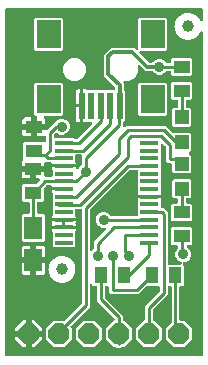
<source format=gbr>
G04 EAGLE Gerber RS-274X export*
G75*
%MOMM*%
%FSLAX34Y34*%
%LPD*%
%INTop Copper*%
%IPPOS*%
%AMOC8*
5,1,8,0,0,1.08239X$1,22.5*%
G01*
%ADD10R,2.000000X2.400000*%
%ADD11R,0.500000X2.308000*%
%ADD12R,1.500000X0.400000*%
%ADD13R,1.500000X1.950000*%
%ADD14R,1.400000X1.100000*%
%ADD15R,1.200000X1.200000*%
%ADD16R,1.100000X1.400000*%
%ADD17P,1.924489X8X112.500000*%
%ADD18C,1.000000*%
%ADD19C,0.254000*%
%ADD20C,0.906400*%
%ADD21C,0.304800*%

G36*
X171568Y5096D02*
X171568Y5096D01*
X171687Y5103D01*
X171725Y5116D01*
X171766Y5121D01*
X171876Y5164D01*
X171989Y5201D01*
X172024Y5223D01*
X172061Y5238D01*
X172157Y5307D01*
X172258Y5371D01*
X172286Y5401D01*
X172319Y5424D01*
X172395Y5516D01*
X172476Y5603D01*
X172496Y5638D01*
X172521Y5669D01*
X172572Y5777D01*
X172630Y5881D01*
X172640Y5921D01*
X172657Y5957D01*
X172679Y6074D01*
X172709Y6189D01*
X172713Y6249D01*
X172717Y6269D01*
X172715Y6290D01*
X172719Y6350D01*
X172719Y279038D01*
X172714Y279080D01*
X172716Y279122D01*
X172694Y279238D01*
X172679Y279354D01*
X172664Y279393D01*
X172656Y279434D01*
X172605Y279541D01*
X172562Y279650D01*
X172538Y279684D01*
X172520Y279722D01*
X172444Y279812D01*
X172376Y279907D01*
X172343Y279934D01*
X172316Y279966D01*
X172221Y280035D01*
X172131Y280110D01*
X172092Y280128D01*
X172058Y280152D01*
X171949Y280195D01*
X171843Y280245D01*
X171802Y280253D01*
X171762Y280269D01*
X171645Y280283D01*
X171531Y280305D01*
X171488Y280302D01*
X171447Y280308D01*
X171330Y280293D01*
X171213Y280285D01*
X171173Y280272D01*
X171131Y280267D01*
X171022Y280223D01*
X170911Y280187D01*
X170875Y280165D01*
X170836Y280149D01*
X170741Y280080D01*
X170642Y280017D01*
X170613Y279986D01*
X170579Y279961D01*
X170504Y279871D01*
X170424Y279785D01*
X170404Y279748D01*
X170377Y279716D01*
X170300Y279575D01*
X170199Y279358D01*
X170154Y279217D01*
X170106Y279078D01*
X170105Y279067D01*
X170101Y279055D01*
X170099Y279017D01*
X169985Y278854D01*
X169971Y278828D01*
X169952Y278804D01*
X169874Y278663D01*
X169786Y278472D01*
X169758Y278447D01*
X169646Y278352D01*
X169636Y278339D01*
X169630Y278334D01*
X169621Y278321D01*
X169545Y278226D01*
X169155Y277668D01*
X169086Y277538D01*
X169015Y277409D01*
X169012Y277398D01*
X169006Y277387D01*
X168998Y277350D01*
X168857Y277209D01*
X168838Y277185D01*
X168815Y277166D01*
X168715Y277040D01*
X168594Y276868D01*
X168562Y276848D01*
X168435Y276773D01*
X168423Y276763D01*
X168417Y276759D01*
X168406Y276747D01*
X168314Y276667D01*
X167833Y276186D01*
X167742Y276068D01*
X167650Y275955D01*
X167645Y275944D01*
X167638Y275934D01*
X167623Y275900D01*
X167460Y275785D01*
X167438Y275765D01*
X167411Y275750D01*
X167291Y275643D01*
X167142Y275495D01*
X167107Y275481D01*
X166969Y275429D01*
X166955Y275421D01*
X166948Y275418D01*
X166936Y275409D01*
X166832Y275345D01*
X166274Y274955D01*
X166165Y274856D01*
X166054Y274759D01*
X166047Y274749D01*
X166039Y274741D01*
X166018Y274710D01*
X165837Y274626D01*
X165812Y274609D01*
X165783Y274599D01*
X165646Y274515D01*
X165474Y274394D01*
X165436Y274387D01*
X165292Y274360D01*
X165277Y274354D01*
X165269Y274353D01*
X165255Y274346D01*
X165142Y274301D01*
X164525Y274014D01*
X164401Y273935D01*
X164274Y273859D01*
X164266Y273851D01*
X164256Y273844D01*
X164230Y273817D01*
X164038Y273765D01*
X164010Y273754D01*
X163980Y273748D01*
X163830Y273689D01*
X163639Y273601D01*
X163600Y273600D01*
X163454Y273598D01*
X163439Y273595D01*
X163431Y273595D01*
X163416Y273591D01*
X163296Y273567D01*
X162639Y273390D01*
X162503Y273335D01*
X162365Y273282D01*
X162356Y273275D01*
X162345Y273270D01*
X162314Y273248D01*
X162116Y273230D01*
X162086Y273224D01*
X162056Y273224D01*
X161898Y273192D01*
X161695Y273137D01*
X161657Y273143D01*
X161513Y273167D01*
X161497Y273167D01*
X161489Y273168D01*
X161473Y273166D01*
X161352Y273163D01*
X160674Y273104D01*
X160530Y273073D01*
X160385Y273044D01*
X160374Y273039D01*
X160363Y273037D01*
X160329Y273020D01*
X160131Y273037D01*
X160100Y273036D01*
X160070Y273041D01*
X159909Y273037D01*
X159700Y273019D01*
X159664Y273031D01*
X159525Y273080D01*
X159510Y273082D01*
X159502Y273085D01*
X159487Y273086D01*
X159366Y273104D01*
X158688Y273163D01*
X158542Y273158D01*
X158394Y273155D01*
X158382Y273152D01*
X158371Y273151D01*
X158334Y273140D01*
X158142Y273192D01*
X158112Y273196D01*
X158083Y273206D01*
X157924Y273230D01*
X157715Y273249D01*
X157682Y273266D01*
X157553Y273339D01*
X157538Y273344D01*
X157532Y273348D01*
X157516Y273351D01*
X157401Y273390D01*
X156744Y273567D01*
X156597Y273587D01*
X156452Y273609D01*
X156440Y273608D01*
X156429Y273610D01*
X156391Y273605D01*
X156210Y273689D01*
X156181Y273699D01*
X156155Y273714D01*
X156002Y273765D01*
X155799Y273820D01*
X155770Y273843D01*
X155656Y273937D01*
X155642Y273944D01*
X155636Y273949D01*
X155622Y273955D01*
X155515Y274014D01*
X154898Y274301D01*
X154758Y274346D01*
X154618Y274394D01*
X154607Y274395D01*
X154595Y274398D01*
X154557Y274401D01*
X154395Y274515D01*
X154368Y274529D01*
X154344Y274548D01*
X154203Y274626D01*
X154012Y274714D01*
X153987Y274742D01*
X153892Y274854D01*
X153879Y274864D01*
X153874Y274870D01*
X153861Y274879D01*
X153766Y274955D01*
X153208Y275345D01*
X153078Y275414D01*
X152949Y275485D01*
X152938Y275488D01*
X152927Y275494D01*
X152890Y275502D01*
X152749Y275643D01*
X152725Y275662D01*
X152706Y275685D01*
X152580Y275785D01*
X152408Y275906D01*
X152388Y275938D01*
X152313Y276065D01*
X152303Y276077D01*
X152299Y276083D01*
X152287Y276094D01*
X152207Y276186D01*
X151726Y276667D01*
X151608Y276758D01*
X151495Y276850D01*
X151484Y276855D01*
X151474Y276862D01*
X151440Y276877D01*
X151325Y277040D01*
X151305Y277062D01*
X151290Y277089D01*
X151183Y277209D01*
X151035Y277358D01*
X151021Y277393D01*
X150969Y277531D01*
X150961Y277545D01*
X150958Y277552D01*
X150949Y277564D01*
X150885Y277668D01*
X150495Y278226D01*
X150396Y278335D01*
X150299Y278446D01*
X150289Y278453D01*
X150281Y278461D01*
X150250Y278482D01*
X150166Y278663D01*
X150149Y278688D01*
X150139Y278717D01*
X150055Y278854D01*
X149934Y279026D01*
X149927Y279064D01*
X149900Y279208D01*
X149894Y279223D01*
X149893Y279231D01*
X149886Y279245D01*
X149841Y279358D01*
X149554Y279975D01*
X149475Y280099D01*
X149399Y280226D01*
X149391Y280234D01*
X149384Y280244D01*
X149357Y280270D01*
X149305Y280462D01*
X149294Y280490D01*
X149288Y280520D01*
X149229Y280670D01*
X149141Y280861D01*
X149140Y280900D01*
X149138Y281046D01*
X149135Y281061D01*
X149135Y281069D01*
X149131Y281084D01*
X149107Y281204D01*
X148930Y281861D01*
X148875Y281997D01*
X148822Y282135D01*
X148815Y282144D01*
X148810Y282155D01*
X148788Y282186D01*
X148770Y282384D01*
X148764Y282414D01*
X148764Y282444D01*
X148732Y282602D01*
X148677Y282805D01*
X148683Y282843D01*
X148695Y282916D01*
X148705Y282966D01*
X148704Y282971D01*
X148707Y282987D01*
X148707Y283003D01*
X148708Y283011D01*
X148706Y283027D01*
X148703Y283148D01*
X148644Y283826D01*
X148613Y283971D01*
X148584Y284115D01*
X148579Y284125D01*
X148577Y284137D01*
X148560Y284171D01*
X148577Y284369D01*
X148576Y284400D01*
X148581Y284430D01*
X148577Y284591D01*
X148559Y284800D01*
X148571Y284836D01*
X148620Y284975D01*
X148622Y284990D01*
X148625Y284997D01*
X148626Y285013D01*
X148644Y285134D01*
X148703Y285812D01*
X148698Y285959D01*
X148695Y286106D01*
X148692Y286118D01*
X148691Y286129D01*
X148680Y286166D01*
X148732Y286358D01*
X148736Y286388D01*
X148746Y286417D01*
X148770Y286576D01*
X148789Y286785D01*
X148806Y286818D01*
X148879Y286947D01*
X148884Y286962D01*
X148888Y286968D01*
X148891Y286984D01*
X148930Y287099D01*
X149107Y287756D01*
X149127Y287903D01*
X149149Y288048D01*
X149148Y288060D01*
X149150Y288071D01*
X149145Y288109D01*
X149229Y288290D01*
X149239Y288319D01*
X149254Y288345D01*
X149305Y288498D01*
X149360Y288701D01*
X149383Y288730D01*
X149477Y288844D01*
X149484Y288858D01*
X149489Y288864D01*
X149495Y288878D01*
X149554Y288985D01*
X149841Y289602D01*
X149886Y289742D01*
X149934Y289882D01*
X149935Y289893D01*
X149938Y289905D01*
X149941Y289943D01*
X150055Y290105D01*
X150069Y290132D01*
X150088Y290156D01*
X150166Y290297D01*
X150254Y290488D01*
X150282Y290513D01*
X150394Y290608D01*
X150404Y290621D01*
X150410Y290626D01*
X150419Y290639D01*
X150495Y290734D01*
X150885Y291292D01*
X150954Y291422D01*
X151025Y291551D01*
X151028Y291562D01*
X151034Y291573D01*
X151042Y291610D01*
X151183Y291751D01*
X151202Y291775D01*
X151225Y291794D01*
X151325Y291920D01*
X151441Y292085D01*
X151449Y292088D01*
X151500Y292125D01*
X151605Y292187D01*
X151617Y292197D01*
X151623Y292201D01*
X151634Y292213D01*
X151698Y292268D01*
X151707Y292275D01*
X151711Y292280D01*
X151726Y292293D01*
X152207Y292774D01*
X152298Y292892D01*
X152390Y293005D01*
X152395Y293016D01*
X152402Y293026D01*
X152417Y293060D01*
X152580Y293175D01*
X152602Y293195D01*
X152629Y293210D01*
X152749Y293317D01*
X152898Y293465D01*
X152933Y293479D01*
X153071Y293531D01*
X153085Y293539D01*
X153092Y293542D01*
X153104Y293551D01*
X153208Y293615D01*
X153766Y294005D01*
X153875Y294104D01*
X153986Y294201D01*
X153993Y294211D01*
X154001Y294219D01*
X154022Y294250D01*
X154203Y294334D01*
X154228Y294351D01*
X154257Y294361D01*
X154394Y294445D01*
X154566Y294566D01*
X154604Y294573D01*
X154748Y294600D01*
X154763Y294606D01*
X154771Y294607D01*
X154785Y294614D01*
X154898Y294659D01*
X155515Y294946D01*
X155639Y295025D01*
X155766Y295101D01*
X155774Y295109D01*
X155784Y295116D01*
X155810Y295143D01*
X156002Y295195D01*
X156030Y295206D01*
X156060Y295212D01*
X156210Y295271D01*
X156401Y295359D01*
X156440Y295360D01*
X156586Y295362D01*
X156601Y295365D01*
X156609Y295365D01*
X156624Y295369D01*
X156744Y295393D01*
X157401Y295570D01*
X157537Y295625D01*
X157675Y295678D01*
X157684Y295685D01*
X157695Y295690D01*
X157726Y295712D01*
X157924Y295730D01*
X157954Y295736D01*
X157984Y295736D01*
X158142Y295768D01*
X158345Y295823D01*
X158382Y295817D01*
X158527Y295793D01*
X158543Y295793D01*
X158551Y295792D01*
X158567Y295794D01*
X158688Y295797D01*
X159378Y295857D01*
X159515Y295887D01*
X159653Y295912D01*
X159670Y295920D01*
X159689Y295924D01*
X159726Y295943D01*
X159906Y295925D01*
X159943Y295926D01*
X159980Y295920D01*
X160141Y295924D01*
X160329Y295940D01*
X160378Y295924D01*
X160510Y295876D01*
X160536Y295872D01*
X160546Y295868D01*
X160566Y295867D01*
X160669Y295850D01*
X161613Y295757D01*
X161747Y295760D01*
X161880Y295759D01*
X161905Y295765D01*
X161931Y295765D01*
X161974Y295778D01*
X162131Y295730D01*
X162174Y295723D01*
X162216Y295708D01*
X162375Y295682D01*
X162542Y295665D01*
X162598Y295634D01*
X162713Y295564D01*
X162747Y295552D01*
X162760Y295544D01*
X162780Y295539D01*
X162863Y295508D01*
X163782Y295229D01*
X163914Y295207D01*
X164045Y295179D01*
X164071Y295180D01*
X164096Y295176D01*
X164141Y295179D01*
X164285Y295102D01*
X164327Y295086D01*
X164364Y295063D01*
X164515Y295007D01*
X164676Y294958D01*
X164725Y294917D01*
X164823Y294826D01*
X164854Y294807D01*
X164866Y294797D01*
X164885Y294788D01*
X164960Y294741D01*
X165807Y294288D01*
X165932Y294241D01*
X166055Y294188D01*
X166080Y294184D01*
X166104Y294175D01*
X166149Y294170D01*
X166275Y294066D01*
X166313Y294042D01*
X166345Y294012D01*
X166482Y293928D01*
X166631Y293848D01*
X166671Y293798D01*
X166749Y293690D01*
X166776Y293665D01*
X166785Y293654D01*
X166802Y293641D01*
X166867Y293580D01*
X167610Y292971D01*
X167723Y292900D01*
X167833Y292824D01*
X167857Y292815D01*
X167879Y292802D01*
X167921Y292788D01*
X168025Y292661D01*
X168057Y292631D01*
X168084Y292595D01*
X168201Y292485D01*
X168331Y292379D01*
X168361Y292321D01*
X168417Y292200D01*
X168438Y292171D01*
X168445Y292157D01*
X168459Y292141D01*
X168511Y292070D01*
X169120Y291327D01*
X169217Y291235D01*
X169311Y291140D01*
X169333Y291126D01*
X169351Y291109D01*
X169390Y291087D01*
X169468Y290942D01*
X169493Y290906D01*
X169512Y290866D01*
X169606Y290735D01*
X169712Y290606D01*
X169730Y290543D01*
X169762Y290414D01*
X169777Y290381D01*
X169781Y290366D01*
X169792Y290348D01*
X169828Y290267D01*
X170281Y289420D01*
X170359Y289311D01*
X170431Y289199D01*
X170450Y289182D01*
X170465Y289161D01*
X170567Y289074D01*
X170665Y288984D01*
X170696Y288965D01*
X170708Y288955D01*
X170727Y288946D01*
X170802Y288899D01*
X170852Y288873D01*
X170956Y288833D01*
X171057Y288785D01*
X171104Y288776D01*
X171149Y288759D01*
X171260Y288746D01*
X171370Y288725D01*
X171417Y288728D01*
X171465Y288723D01*
X171575Y288738D01*
X171687Y288745D01*
X171732Y288760D01*
X171780Y288767D01*
X171883Y288809D01*
X171989Y288843D01*
X172030Y288869D01*
X172074Y288887D01*
X172164Y288954D01*
X172258Y289013D01*
X172291Y289048D01*
X172329Y289077D01*
X172399Y289164D01*
X172476Y289245D01*
X172499Y289287D01*
X172529Y289324D01*
X172576Y289426D01*
X172630Y289524D01*
X172642Y289570D01*
X172661Y289613D01*
X172681Y289723D01*
X172709Y289831D01*
X172714Y289905D01*
X172718Y289926D01*
X172716Y289944D01*
X172719Y289992D01*
X172719Y298450D01*
X172704Y298568D01*
X172697Y298687D01*
X172684Y298725D01*
X172679Y298766D01*
X172636Y298876D01*
X172599Y298989D01*
X172577Y299024D01*
X172562Y299061D01*
X172493Y299157D01*
X172429Y299258D01*
X172399Y299286D01*
X172376Y299319D01*
X172284Y299395D01*
X172197Y299476D01*
X172162Y299496D01*
X172131Y299521D01*
X172023Y299572D01*
X171919Y299630D01*
X171879Y299640D01*
X171843Y299657D01*
X171726Y299679D01*
X171611Y299709D01*
X171551Y299713D01*
X171531Y299717D01*
X171510Y299715D01*
X171450Y299719D01*
X6350Y299719D01*
X6232Y299704D01*
X6113Y299697D01*
X6075Y299684D01*
X6034Y299679D01*
X5924Y299636D01*
X5811Y299599D01*
X5776Y299577D01*
X5739Y299562D01*
X5643Y299493D01*
X5542Y299429D01*
X5514Y299399D01*
X5481Y299376D01*
X5405Y299284D01*
X5324Y299197D01*
X5304Y299162D01*
X5279Y299131D01*
X5228Y299023D01*
X5170Y298919D01*
X5160Y298879D01*
X5143Y298843D01*
X5121Y298726D01*
X5091Y298611D01*
X5087Y298551D01*
X5083Y298531D01*
X5085Y298510D01*
X5081Y298450D01*
X5081Y6350D01*
X5096Y6232D01*
X5103Y6113D01*
X5116Y6075D01*
X5121Y6034D01*
X5164Y5924D01*
X5201Y5811D01*
X5223Y5776D01*
X5238Y5739D01*
X5307Y5643D01*
X5371Y5542D01*
X5401Y5514D01*
X5424Y5481D01*
X5516Y5405D01*
X5603Y5324D01*
X5638Y5304D01*
X5669Y5279D01*
X5777Y5228D01*
X5881Y5170D01*
X5921Y5160D01*
X5957Y5143D01*
X6074Y5121D01*
X6189Y5091D01*
X6249Y5087D01*
X6269Y5083D01*
X6290Y5085D01*
X6350Y5081D01*
X171450Y5081D01*
X171568Y5096D01*
G37*
%LPC*%
G36*
X99978Y11937D02*
X99978Y11937D01*
X99080Y12836D01*
X99001Y12896D01*
X98929Y12964D01*
X98876Y12993D01*
X98828Y13030D01*
X98737Y13070D01*
X98651Y13118D01*
X98592Y13133D01*
X98537Y13157D01*
X98439Y13172D01*
X98343Y13197D01*
X98243Y13203D01*
X98222Y13207D01*
X98210Y13205D01*
X98182Y13207D01*
X96822Y13207D01*
X90423Y19606D01*
X90423Y28654D01*
X96844Y35075D01*
X96935Y35083D01*
X96954Y35090D01*
X96974Y35093D01*
X97103Y35144D01*
X97234Y35191D01*
X97251Y35202D01*
X97269Y35210D01*
X97382Y35291D01*
X97497Y35369D01*
X97510Y35385D01*
X97527Y35396D01*
X97615Y35504D01*
X97708Y35608D01*
X97717Y35626D01*
X97730Y35641D01*
X97789Y35767D01*
X97852Y35891D01*
X97857Y35911D01*
X97865Y35929D01*
X97891Y36065D01*
X97922Y36201D01*
X97921Y36222D01*
X97925Y36241D01*
X97916Y36380D01*
X97912Y36519D01*
X97906Y36539D01*
X97905Y36559D01*
X97862Y36691D01*
X97824Y36825D01*
X97813Y36842D01*
X97807Y36861D01*
X97733Y36979D01*
X97662Y37099D01*
X97644Y37120D01*
X97637Y37130D01*
X97622Y37144D01*
X97556Y37219D01*
X82963Y51812D01*
X82963Y63358D01*
X82948Y63476D01*
X82941Y63595D01*
X82928Y63633D01*
X82923Y63674D01*
X82880Y63784D01*
X82843Y63897D01*
X82821Y63932D01*
X82806Y63969D01*
X82737Y64065D01*
X82673Y64166D01*
X82643Y64194D01*
X82620Y64227D01*
X82528Y64303D01*
X82441Y64384D01*
X82406Y64404D01*
X82375Y64429D01*
X82267Y64480D01*
X82163Y64538D01*
X82123Y64548D01*
X82087Y64565D01*
X81970Y64587D01*
X81855Y64617D01*
X81795Y64621D01*
X81775Y64625D01*
X81754Y64623D01*
X81694Y64627D01*
X79924Y64627D01*
X78875Y65676D01*
X78782Y65749D01*
X78768Y65762D01*
X78759Y65766D01*
X78659Y65850D01*
X78640Y65858D01*
X78624Y65871D01*
X78497Y65926D01*
X78371Y65985D01*
X78351Y65989D01*
X78332Y65997D01*
X78194Y66019D01*
X78058Y66045D01*
X78038Y66044D01*
X78018Y66047D01*
X77879Y66034D01*
X77741Y66025D01*
X77722Y66019D01*
X77702Y66017D01*
X77570Y65970D01*
X77439Y65927D01*
X77421Y65916D01*
X77402Y65910D01*
X77287Y65831D01*
X77170Y65757D01*
X77156Y65742D01*
X77139Y65731D01*
X77047Y65627D01*
X76952Y65525D01*
X76942Y65508D01*
X76929Y65493D01*
X76865Y65368D01*
X76798Y65247D01*
X76793Y65227D01*
X76784Y65209D01*
X76754Y65073D01*
X76719Y64939D01*
X76717Y64911D01*
X76714Y64899D01*
X76715Y64879D01*
X76709Y64778D01*
X76709Y46892D01*
X74402Y44586D01*
X60867Y31051D01*
X60794Y30956D01*
X60716Y30867D01*
X60697Y30831D01*
X60672Y30799D01*
X60625Y30690D01*
X60571Y30584D01*
X60562Y30545D01*
X60546Y30508D01*
X60527Y30390D01*
X60501Y30274D01*
X60503Y30233D01*
X60496Y30193D01*
X60507Y30075D01*
X60511Y29956D01*
X60522Y29917D01*
X60526Y29877D01*
X60566Y29765D01*
X60599Y29650D01*
X60620Y29616D01*
X60634Y29578D01*
X60701Y29479D01*
X60761Y29376D01*
X60801Y29331D01*
X60812Y29314D01*
X60828Y29301D01*
X60867Y29256D01*
X61469Y28654D01*
X61469Y19606D01*
X55070Y13207D01*
X46022Y13207D01*
X39623Y19606D01*
X39623Y28654D01*
X46022Y35053D01*
X55002Y35053D01*
X55100Y35065D01*
X55199Y35068D01*
X55258Y35085D01*
X55318Y35093D01*
X55410Y35129D01*
X55505Y35157D01*
X55557Y35187D01*
X55613Y35210D01*
X55693Y35268D01*
X55779Y35318D01*
X55854Y35384D01*
X55871Y35396D01*
X55879Y35406D01*
X55900Y35424D01*
X69732Y49256D01*
X69792Y49335D01*
X69860Y49407D01*
X69889Y49460D01*
X69926Y49508D01*
X69966Y49599D01*
X70014Y49685D01*
X70029Y49744D01*
X70053Y49799D01*
X70068Y49897D01*
X70093Y49993D01*
X70099Y50093D01*
X70103Y50114D01*
X70101Y50126D01*
X70103Y50154D01*
X70103Y128778D01*
X70088Y128896D01*
X70081Y129015D01*
X70068Y129053D01*
X70063Y129094D01*
X70020Y129204D01*
X69983Y129317D01*
X69961Y129352D01*
X69946Y129389D01*
X69877Y129485D01*
X69813Y129586D01*
X69783Y129614D01*
X69760Y129647D01*
X69668Y129723D01*
X69581Y129804D01*
X69546Y129824D01*
X69515Y129849D01*
X69407Y129900D01*
X69303Y129958D01*
X69263Y129968D01*
X69227Y129985D01*
X69110Y130007D01*
X68995Y130037D01*
X68935Y130041D01*
X68915Y130045D01*
X68894Y130043D01*
X68834Y130047D01*
X65738Y130047D01*
X65620Y130032D01*
X65501Y130025D01*
X65463Y130012D01*
X65422Y130007D01*
X65312Y129964D01*
X65199Y129927D01*
X65164Y129905D01*
X65127Y129890D01*
X65031Y129821D01*
X64930Y129757D01*
X64902Y129727D01*
X64869Y129704D01*
X64793Y129612D01*
X64712Y129525D01*
X64692Y129490D01*
X64667Y129459D01*
X64616Y129351D01*
X64558Y129247D01*
X64548Y129207D01*
X64531Y129171D01*
X64509Y129054D01*
X64479Y128939D01*
X64475Y128879D01*
X64471Y128859D01*
X64473Y128838D01*
X64469Y128778D01*
X64469Y124661D01*
X64480Y124569D01*
X64482Y124477D01*
X64500Y124412D01*
X64509Y124345D01*
X64543Y124259D01*
X64567Y124170D01*
X64619Y124065D01*
X64626Y124050D01*
X64631Y124043D01*
X64639Y124026D01*
X64804Y123741D01*
X64977Y123094D01*
X64977Y122029D01*
X54936Y122029D01*
X44895Y122029D01*
X44895Y123094D01*
X45068Y123741D01*
X45233Y124026D01*
X45269Y124111D01*
X45314Y124192D01*
X45330Y124257D01*
X45356Y124319D01*
X45370Y124411D01*
X45393Y124500D01*
X45400Y124617D01*
X45403Y124634D01*
X45402Y124642D01*
X45403Y124661D01*
X45403Y142859D01*
X45392Y142951D01*
X45390Y143043D01*
X45372Y143108D01*
X45363Y143175D01*
X45329Y143261D01*
X45305Y143350D01*
X45253Y143455D01*
X45246Y143470D01*
X45241Y143477D01*
X45233Y143494D01*
X45068Y143779D01*
X44895Y144426D01*
X44895Y145491D01*
X54936Y145491D01*
X55054Y145506D01*
X55173Y145513D01*
X55211Y145525D01*
X55251Y145530D01*
X55362Y145574D01*
X55475Y145611D01*
X55509Y145633D01*
X55547Y145647D01*
X55643Y145717D01*
X55744Y145781D01*
X55772Y145811D01*
X55804Y145834D01*
X55880Y145926D01*
X55962Y146013D01*
X55981Y146048D01*
X56007Y146079D01*
X56058Y146187D01*
X56115Y146291D01*
X56125Y146330D01*
X56143Y146367D01*
X56165Y146484D01*
X56195Y146599D01*
X56199Y146659D01*
X56202Y146679D01*
X56202Y146680D01*
X56201Y146700D01*
X56205Y146760D01*
X56190Y146878D01*
X56183Y146997D01*
X56170Y147035D01*
X56165Y147076D01*
X56121Y147186D01*
X56085Y147300D01*
X56063Y147334D01*
X56048Y147371D01*
X55978Y147468D01*
X55914Y147568D01*
X55885Y147596D01*
X55861Y147629D01*
X55769Y147705D01*
X55683Y147786D01*
X55647Y147806D01*
X55616Y147832D01*
X55509Y147882D01*
X55404Y147940D01*
X55365Y147950D01*
X55329Y147967D01*
X55212Y147989D01*
X55096Y148019D01*
X55036Y148023D01*
X55016Y148027D01*
X54996Y148026D01*
X54936Y148029D01*
X44895Y148029D01*
X44895Y148688D01*
X44880Y148806D01*
X44873Y148925D01*
X44860Y148963D01*
X44855Y149004D01*
X44812Y149114D01*
X44775Y149227D01*
X44753Y149262D01*
X44738Y149299D01*
X44668Y149396D01*
X44605Y149496D01*
X44575Y149524D01*
X44552Y149557D01*
X44460Y149633D01*
X44373Y149714D01*
X44338Y149734D01*
X44307Y149759D01*
X44199Y149810D01*
X44095Y149868D01*
X44055Y149878D01*
X44019Y149895D01*
X43902Y149917D01*
X43787Y149947D01*
X43727Y149951D01*
X43707Y149955D01*
X43686Y149953D01*
X43626Y149957D01*
X40854Y149957D01*
X40756Y149945D01*
X40657Y149942D01*
X40598Y149925D01*
X40538Y149917D01*
X40446Y149881D01*
X40351Y149853D01*
X40299Y149823D01*
X40243Y149800D01*
X40163Y149742D01*
X40077Y149692D01*
X40002Y149626D01*
X39985Y149614D01*
X39977Y149604D01*
X39956Y149586D01*
X38360Y147990D01*
X38300Y147911D01*
X38232Y147839D01*
X38203Y147786D01*
X38166Y147738D01*
X38126Y147647D01*
X38078Y147561D01*
X38063Y147502D01*
X38039Y147447D01*
X38024Y147349D01*
X37999Y147253D01*
X37993Y147153D01*
X37989Y147132D01*
X37991Y147120D01*
X37989Y147092D01*
X37989Y137328D01*
X36798Y136137D01*
X33782Y136137D01*
X33664Y136122D01*
X33545Y136115D01*
X33507Y136102D01*
X33466Y136097D01*
X33356Y136054D01*
X33243Y136017D01*
X33208Y135995D01*
X33171Y135980D01*
X33075Y135911D01*
X32974Y135847D01*
X32946Y135817D01*
X32913Y135794D01*
X32837Y135702D01*
X32756Y135615D01*
X32736Y135580D01*
X32711Y135549D01*
X32660Y135441D01*
X32602Y135337D01*
X32592Y135297D01*
X32575Y135261D01*
X32553Y135144D01*
X32523Y135029D01*
X32519Y134969D01*
X32515Y134949D01*
X32517Y134928D01*
X32513Y134868D01*
X32513Y126878D01*
X32528Y126760D01*
X32535Y126641D01*
X32548Y126603D01*
X32553Y126562D01*
X32596Y126452D01*
X32633Y126339D01*
X32655Y126304D01*
X32670Y126267D01*
X32739Y126171D01*
X32803Y126070D01*
X32833Y126042D01*
X32856Y126009D01*
X32948Y125933D01*
X33035Y125852D01*
X33070Y125832D01*
X33101Y125807D01*
X33209Y125756D01*
X33313Y125698D01*
X33353Y125688D01*
X33389Y125671D01*
X33506Y125649D01*
X33621Y125619D01*
X33681Y125615D01*
X33701Y125611D01*
X33722Y125613D01*
X33782Y125609D01*
X37552Y125609D01*
X38743Y124418D01*
X38743Y103234D01*
X37552Y102043D01*
X20868Y102043D01*
X19677Y103234D01*
X19677Y124418D01*
X20868Y125609D01*
X24638Y125609D01*
X24756Y125624D01*
X24875Y125631D01*
X24913Y125644D01*
X24954Y125649D01*
X25064Y125692D01*
X25177Y125729D01*
X25212Y125751D01*
X25249Y125766D01*
X25345Y125835D01*
X25446Y125899D01*
X25474Y125929D01*
X25507Y125952D01*
X25583Y126044D01*
X25664Y126131D01*
X25684Y126166D01*
X25709Y126197D01*
X25760Y126305D01*
X25818Y126409D01*
X25828Y126449D01*
X25845Y126485D01*
X25867Y126602D01*
X25897Y126717D01*
X25901Y126777D01*
X25905Y126797D01*
X25903Y126818D01*
X25907Y126878D01*
X25907Y134868D01*
X25892Y134986D01*
X25885Y135105D01*
X25872Y135143D01*
X25867Y135184D01*
X25824Y135294D01*
X25787Y135407D01*
X25765Y135442D01*
X25750Y135479D01*
X25681Y135575D01*
X25617Y135676D01*
X25587Y135704D01*
X25564Y135737D01*
X25472Y135813D01*
X25385Y135894D01*
X25350Y135914D01*
X25319Y135939D01*
X25211Y135990D01*
X25107Y136048D01*
X25067Y136058D01*
X25031Y136075D01*
X24914Y136097D01*
X24799Y136127D01*
X24739Y136131D01*
X24719Y136135D01*
X24698Y136133D01*
X24638Y136137D01*
X21114Y136137D01*
X19923Y137328D01*
X19923Y150012D01*
X21114Y151203D01*
X31706Y151203D01*
X31804Y151215D01*
X31903Y151218D01*
X31962Y151235D01*
X32022Y151243D01*
X32114Y151279D01*
X32209Y151307D01*
X32261Y151337D01*
X32317Y151360D01*
X32397Y151418D01*
X32483Y151468D01*
X32558Y151534D01*
X32575Y151546D01*
X32583Y151556D01*
X32604Y151574D01*
X34492Y153463D01*
X34577Y153572D01*
X34666Y153679D01*
X34674Y153698D01*
X34687Y153714D01*
X34742Y153842D01*
X34801Y153967D01*
X34805Y153987D01*
X34813Y154006D01*
X34835Y154144D01*
X34861Y154280D01*
X34860Y154300D01*
X34863Y154320D01*
X34850Y154459D01*
X34841Y154597D01*
X34835Y154616D01*
X34833Y154636D01*
X34786Y154768D01*
X34743Y154899D01*
X34732Y154917D01*
X34725Y154936D01*
X34647Y155051D01*
X34573Y155168D01*
X34558Y155182D01*
X34547Y155199D01*
X34443Y155291D01*
X34341Y155386D01*
X34324Y155396D01*
X34308Y155409D01*
X34184Y155473D01*
X34063Y155540D01*
X34043Y155545D01*
X34025Y155554D01*
X33889Y155584D01*
X33755Y155619D01*
X33727Y155621D01*
X33715Y155624D01*
X33694Y155623D01*
X33594Y155629D01*
X31495Y155629D01*
X31495Y161131D01*
X38497Y161131D01*
X38497Y157832D01*
X38512Y157714D01*
X38519Y157595D01*
X38532Y157557D01*
X38537Y157516D01*
X38580Y157406D01*
X38617Y157293D01*
X38639Y157258D01*
X38654Y157221D01*
X38723Y157125D01*
X38787Y157024D01*
X38817Y156996D01*
X38840Y156963D01*
X38932Y156887D01*
X39019Y156806D01*
X39054Y156786D01*
X39085Y156761D01*
X39193Y156710D01*
X39297Y156652D01*
X39337Y156642D01*
X39373Y156625D01*
X39490Y156603D01*
X39605Y156573D01*
X39665Y156569D01*
X39685Y156565D01*
X39706Y156567D01*
X39766Y156563D01*
X44134Y156563D01*
X44252Y156578D01*
X44371Y156585D01*
X44409Y156598D01*
X44450Y156603D01*
X44560Y156646D01*
X44673Y156683D01*
X44708Y156705D01*
X44745Y156720D01*
X44841Y156789D01*
X44942Y156853D01*
X44970Y156883D01*
X45003Y156906D01*
X45079Y156998D01*
X45160Y157085D01*
X45180Y157120D01*
X45205Y157151D01*
X45256Y157259D01*
X45314Y157363D01*
X45324Y157403D01*
X45341Y157439D01*
X45363Y157556D01*
X45393Y157671D01*
X45397Y157731D01*
X45401Y157751D01*
X45399Y157772D01*
X45403Y157832D01*
X45403Y162359D01*
X45392Y162451D01*
X45390Y162543D01*
X45372Y162608D01*
X45363Y162675D01*
X45329Y162761D01*
X45305Y162850D01*
X45253Y162955D01*
X45246Y162970D01*
X45241Y162977D01*
X45233Y162994D01*
X45068Y163279D01*
X44895Y163926D01*
X44895Y164991D01*
X54936Y164991D01*
X64977Y164991D01*
X64977Y164475D01*
X64985Y164406D01*
X64984Y164336D01*
X65005Y164249D01*
X65017Y164160D01*
X65042Y164095D01*
X65059Y164027D01*
X65101Y163948D01*
X65134Y163864D01*
X65175Y163808D01*
X65207Y163746D01*
X65268Y163680D01*
X65320Y163607D01*
X65374Y163562D01*
X65421Y163511D01*
X65496Y163461D01*
X65565Y163404D01*
X65629Y163374D01*
X65687Y163336D01*
X65772Y163307D01*
X65853Y163268D01*
X65922Y163255D01*
X65988Y163233D01*
X66077Y163226D01*
X66165Y163209D01*
X66235Y163213D01*
X66305Y163207D01*
X66393Y163223D01*
X66483Y163228D01*
X66549Y163250D01*
X66618Y163262D01*
X66700Y163299D01*
X66785Y163326D01*
X66844Y163364D01*
X66908Y163392D01*
X66978Y163449D01*
X67054Y163497D01*
X67102Y163547D01*
X67156Y163591D01*
X67211Y163663D01*
X67272Y163728D01*
X67306Y163789D01*
X67348Y163845D01*
X67419Y163990D01*
X67841Y165009D01*
X69727Y166895D01*
X69737Y166901D01*
X69850Y166966D01*
X69871Y166986D01*
X69896Y167002D01*
X69985Y167097D01*
X70078Y167187D01*
X70094Y167212D01*
X70114Y167234D01*
X70177Y167347D01*
X70245Y167458D01*
X70253Y167486D01*
X70268Y167512D01*
X70300Y167638D01*
X70338Y167762D01*
X70340Y167791D01*
X70347Y167820D01*
X70357Y167981D01*
X70357Y174270D01*
X70369Y174295D01*
X70373Y174315D01*
X70381Y174333D01*
X70403Y174471D01*
X70429Y174608D01*
X70428Y174628D01*
X70431Y174647D01*
X70418Y174786D01*
X70409Y174925D01*
X70403Y174944D01*
X70401Y174964D01*
X70354Y175095D01*
X70311Y175227D01*
X70300Y175244D01*
X70294Y175263D01*
X70215Y175379D01*
X70141Y175496D01*
X70126Y175510D01*
X70115Y175527D01*
X70011Y175619D01*
X69909Y175714D01*
X69892Y175724D01*
X69877Y175737D01*
X69753Y175800D01*
X69631Y175868D01*
X69611Y175873D01*
X69593Y175882D01*
X69458Y175912D01*
X69323Y175947D01*
X69295Y175949D01*
X69283Y175951D01*
X69263Y175951D01*
X69162Y175957D01*
X65738Y175957D01*
X65620Y175942D01*
X65501Y175935D01*
X65463Y175922D01*
X65422Y175917D01*
X65312Y175874D01*
X65199Y175837D01*
X65164Y175815D01*
X65127Y175800D01*
X65031Y175731D01*
X64930Y175667D01*
X64902Y175637D01*
X64869Y175614D01*
X64793Y175522D01*
X64712Y175435D01*
X64692Y175400D01*
X64667Y175369D01*
X64616Y175261D01*
X64558Y175157D01*
X64548Y175117D01*
X64531Y175081D01*
X64509Y174964D01*
X64479Y174849D01*
X64475Y174789D01*
X64471Y174769D01*
X64473Y174748D01*
X64469Y174688D01*
X64469Y170161D01*
X64480Y170069D01*
X64482Y169977D01*
X64500Y169912D01*
X64509Y169845D01*
X64543Y169759D01*
X64567Y169670D01*
X64619Y169565D01*
X64626Y169550D01*
X64631Y169543D01*
X64639Y169526D01*
X64804Y169241D01*
X64977Y168594D01*
X64977Y167529D01*
X54936Y167529D01*
X44895Y167529D01*
X44895Y168188D01*
X44880Y168306D01*
X44873Y168425D01*
X44860Y168463D01*
X44855Y168504D01*
X44812Y168614D01*
X44775Y168727D01*
X44753Y168762D01*
X44738Y168799D01*
X44668Y168896D01*
X44605Y168996D01*
X44575Y169024D01*
X44552Y169057D01*
X44460Y169133D01*
X44373Y169214D01*
X44338Y169234D01*
X44307Y169259D01*
X44199Y169310D01*
X44095Y169368D01*
X44055Y169378D01*
X44019Y169395D01*
X43902Y169417D01*
X43787Y169447D01*
X43727Y169451D01*
X43707Y169455D01*
X43686Y169453D01*
X43626Y169457D01*
X39766Y169457D01*
X39648Y169442D01*
X39529Y169435D01*
X39491Y169422D01*
X39450Y169417D01*
X39340Y169374D01*
X39227Y169337D01*
X39192Y169315D01*
X39155Y169300D01*
X39059Y169231D01*
X38958Y169167D01*
X38930Y169137D01*
X38897Y169114D01*
X38821Y169022D01*
X38740Y168935D01*
X38720Y168900D01*
X38695Y168869D01*
X38644Y168761D01*
X38586Y168657D01*
X38576Y168617D01*
X38559Y168581D01*
X38537Y168464D01*
X38507Y168349D01*
X38503Y168289D01*
X38499Y168269D01*
X38501Y168248D01*
X38497Y168188D01*
X38497Y166209D01*
X30226Y166209D01*
X30108Y166194D01*
X29989Y166187D01*
X29951Y166174D01*
X29911Y166169D01*
X29800Y166125D01*
X29687Y166089D01*
X29652Y166067D01*
X29615Y166052D01*
X29519Y165982D01*
X29418Y165919D01*
X29390Y165889D01*
X29358Y165865D01*
X29282Y165774D01*
X29200Y165687D01*
X29181Y165652D01*
X29155Y165620D01*
X29104Y165513D01*
X29047Y165409D01*
X29036Y165369D01*
X29019Y165333D01*
X28997Y165216D01*
X28967Y165101D01*
X28963Y165040D01*
X28959Y165020D01*
X28961Y165000D01*
X28957Y164940D01*
X28957Y163669D01*
X28955Y163669D01*
X28955Y164940D01*
X28940Y165058D01*
X28933Y165177D01*
X28920Y165215D01*
X28915Y165255D01*
X28871Y165366D01*
X28835Y165479D01*
X28813Y165514D01*
X28798Y165551D01*
X28728Y165647D01*
X28665Y165748D01*
X28635Y165776D01*
X28611Y165808D01*
X28520Y165884D01*
X28433Y165966D01*
X28398Y165985D01*
X28366Y166011D01*
X28259Y166062D01*
X28155Y166119D01*
X28115Y166130D01*
X28079Y166147D01*
X27962Y166169D01*
X27847Y166199D01*
X27786Y166203D01*
X27766Y166207D01*
X27746Y166205D01*
X27686Y166209D01*
X19415Y166209D01*
X19415Y169504D01*
X19588Y170151D01*
X19923Y170730D01*
X20359Y171166D01*
X20432Y171260D01*
X20510Y171349D01*
X20529Y171385D01*
X20554Y171417D01*
X20601Y171526D01*
X20655Y171632D01*
X20664Y171672D01*
X20680Y171709D01*
X20699Y171827D01*
X20725Y171943D01*
X20723Y171983D01*
X20730Y172023D01*
X20719Y172142D01*
X20715Y172260D01*
X20704Y172299D01*
X20700Y172340D01*
X20660Y172452D01*
X20627Y172566D01*
X20606Y172601D01*
X20592Y172639D01*
X20525Y172737D01*
X20465Y172840D01*
X20431Y172878D01*
X20431Y185572D01*
X21622Y186763D01*
X37306Y186763D01*
X37711Y186358D01*
X37820Y186273D01*
X37927Y186184D01*
X37946Y186176D01*
X37962Y186163D01*
X38090Y186108D01*
X38215Y186049D01*
X38235Y186045D01*
X38254Y186037D01*
X38392Y186015D01*
X38528Y185989D01*
X38548Y185990D01*
X38568Y185987D01*
X38707Y186000D01*
X38845Y186009D01*
X38864Y186015D01*
X38884Y186017D01*
X39015Y186064D01*
X39147Y186107D01*
X39165Y186118D01*
X39184Y186124D01*
X39298Y186202D01*
X39416Y186277D01*
X39430Y186292D01*
X39447Y186303D01*
X39539Y186407D01*
X39634Y186509D01*
X39644Y186526D01*
X39657Y186541D01*
X39720Y186665D01*
X39788Y186787D01*
X39793Y186807D01*
X39802Y186825D01*
X39832Y186961D01*
X39867Y187095D01*
X39869Y187123D01*
X39872Y187135D01*
X39871Y187155D01*
X39877Y187256D01*
X39877Y190568D01*
X39861Y190700D01*
X39850Y190832D01*
X39841Y190857D01*
X39837Y190884D01*
X39789Y191007D01*
X39745Y191132D01*
X39730Y191155D01*
X39720Y191180D01*
X39643Y191287D01*
X39569Y191397D01*
X39549Y191415D01*
X39534Y191437D01*
X39432Y191521D01*
X39333Y191610D01*
X39309Y191623D01*
X39289Y191640D01*
X39169Y191696D01*
X39052Y191758D01*
X39025Y191764D01*
X39001Y191775D01*
X38871Y191800D01*
X38742Y191831D01*
X38715Y191830D01*
X38689Y191835D01*
X38557Y191827D01*
X38424Y191824D01*
X38398Y191817D01*
X38371Y191815D01*
X38245Y191775D01*
X38118Y191739D01*
X38083Y191722D01*
X38069Y191717D01*
X38050Y191706D01*
X37973Y191668D01*
X37445Y191362D01*
X36798Y191189D01*
X32003Y191189D01*
X32003Y196691D01*
X39814Y196691D01*
X39843Y196676D01*
X39863Y196671D01*
X39881Y196663D01*
X40018Y196637D01*
X40153Y196606D01*
X40174Y196607D01*
X40193Y196603D01*
X40332Y196612D01*
X40471Y196616D01*
X40491Y196622D01*
X40511Y196623D01*
X40643Y196666D01*
X40777Y196704D01*
X40794Y196715D01*
X40813Y196721D01*
X40931Y196795D01*
X41051Y196866D01*
X41072Y196884D01*
X41082Y196891D01*
X41096Y196906D01*
X41171Y196972D01*
X42183Y197984D01*
X42184Y197984D01*
X46900Y202701D01*
X46931Y202705D01*
X47030Y202708D01*
X47088Y202725D01*
X47149Y202733D01*
X47241Y202769D01*
X47336Y202797D01*
X47388Y202827D01*
X47444Y202850D01*
X47524Y202908D01*
X47610Y202958D01*
X47685Y203024D01*
X47702Y203036D01*
X47709Y203046D01*
X47731Y203064D01*
X49621Y204955D01*
X52034Y205955D01*
X54646Y205955D01*
X57059Y204955D01*
X58905Y203109D01*
X59905Y200696D01*
X59905Y198084D01*
X58905Y195671D01*
X57059Y193825D01*
X54646Y192825D01*
X52034Y192825D01*
X49621Y193825D01*
X49391Y194055D01*
X49297Y194128D01*
X49208Y194207D01*
X49172Y194225D01*
X49140Y194250D01*
X49030Y194297D01*
X48924Y194352D01*
X48885Y194360D01*
X48848Y194376D01*
X48730Y194395D01*
X48614Y194421D01*
X48574Y194420D01*
X48534Y194426D01*
X48415Y194415D01*
X48296Y194412D01*
X48257Y194400D01*
X48217Y194396D01*
X48105Y194356D01*
X47991Y194323D01*
X47956Y194303D01*
X47918Y194289D01*
X47819Y194222D01*
X47717Y194162D01*
X47672Y194122D01*
X47655Y194110D01*
X47641Y194095D01*
X47596Y194055D01*
X46854Y193314D01*
X46794Y193236D01*
X46726Y193163D01*
X46697Y193110D01*
X46660Y193062D01*
X46620Y192972D01*
X46572Y192885D01*
X46557Y192826D01*
X46533Y192771D01*
X46518Y192673D01*
X46493Y192577D01*
X46487Y192477D01*
X46483Y192456D01*
X46485Y192444D01*
X46483Y192416D01*
X46483Y191062D01*
X46498Y190944D01*
X46505Y190825D01*
X46518Y190787D01*
X46523Y190746D01*
X46566Y190636D01*
X46603Y190523D01*
X46625Y190488D01*
X46640Y190451D01*
X46709Y190355D01*
X46773Y190254D01*
X46803Y190226D01*
X46826Y190193D01*
X46918Y190117D01*
X47005Y190036D01*
X47040Y190016D01*
X47071Y189991D01*
X47179Y189940D01*
X47283Y189882D01*
X47323Y189872D01*
X47359Y189855D01*
X47476Y189833D01*
X47591Y189803D01*
X47651Y189799D01*
X47671Y189795D01*
X47692Y189797D01*
X47752Y189793D01*
X63278Y189793D01*
X63636Y189435D01*
X63714Y189374D01*
X63787Y189306D01*
X63840Y189277D01*
X63887Y189240D01*
X63978Y189200D01*
X64065Y189152D01*
X64124Y189137D01*
X64179Y189113D01*
X64277Y189098D01*
X64373Y189073D01*
X64473Y189067D01*
X64493Y189063D01*
X64506Y189065D01*
X64534Y189063D01*
X65502Y189063D01*
X65600Y189075D01*
X65699Y189078D01*
X65758Y189095D01*
X65818Y189103D01*
X65910Y189139D01*
X66005Y189167D01*
X66057Y189197D01*
X66113Y189220D01*
X66193Y189278D01*
X66279Y189328D01*
X66354Y189394D01*
X66371Y189406D01*
X66379Y189416D01*
X66400Y189434D01*
X78396Y201431D01*
X78481Y201540D01*
X78570Y201647D01*
X78578Y201666D01*
X78591Y201682D01*
X78646Y201810D01*
X78705Y201935D01*
X78709Y201955D01*
X78717Y201974D01*
X78739Y202112D01*
X78765Y202248D01*
X78764Y202268D01*
X78767Y202288D01*
X78754Y202427D01*
X78745Y202565D01*
X78739Y202584D01*
X78737Y202604D01*
X78690Y202735D01*
X78647Y202867D01*
X78636Y202885D01*
X78629Y202904D01*
X78551Y203019D01*
X78477Y203136D01*
X78462Y203150D01*
X78451Y203167D01*
X78347Y203259D01*
X78245Y203354D01*
X78228Y203364D01*
X78212Y203377D01*
X78088Y203441D01*
X77967Y203508D01*
X77947Y203513D01*
X77929Y203522D01*
X77793Y203552D01*
X77659Y203587D01*
X77631Y203589D01*
X77619Y203592D01*
X77598Y203591D01*
X77498Y203597D01*
X74507Y203597D01*
X74415Y203586D01*
X74323Y203584D01*
X74258Y203566D01*
X74191Y203557D01*
X74105Y203523D01*
X74016Y203499D01*
X73911Y203447D01*
X73896Y203440D01*
X73889Y203435D01*
X73872Y203427D01*
X73587Y203262D01*
X72940Y203089D01*
X71375Y203089D01*
X71375Y217170D01*
X71375Y231251D01*
X72940Y231251D01*
X73587Y231078D01*
X73872Y230913D01*
X73957Y230877D01*
X74038Y230832D01*
X74103Y230816D01*
X74165Y230790D01*
X74257Y230776D01*
X74346Y230753D01*
X74463Y230746D01*
X74480Y230743D01*
X74488Y230744D01*
X74507Y230743D01*
X81563Y230743D01*
X81569Y230740D01*
X81675Y230686D01*
X81715Y230677D01*
X81752Y230661D01*
X81869Y230642D01*
X81986Y230616D01*
X82026Y230617D01*
X82066Y230611D01*
X82184Y230622D01*
X82303Y230626D01*
X82342Y230637D01*
X82382Y230641D01*
X82495Y230681D01*
X82609Y230714D01*
X82644Y230735D01*
X82666Y230743D01*
X89563Y230743D01*
X89569Y230740D01*
X89675Y230686D01*
X89715Y230677D01*
X89752Y230661D01*
X89869Y230642D01*
X89986Y230616D01*
X90026Y230617D01*
X90066Y230611D01*
X90184Y230622D01*
X90303Y230626D01*
X90342Y230637D01*
X90382Y230641D01*
X90495Y230681D01*
X90609Y230714D01*
X90644Y230735D01*
X90666Y230743D01*
X97280Y230743D01*
X97398Y230758D01*
X97517Y230765D01*
X97555Y230778D01*
X97596Y230783D01*
X97706Y230826D01*
X97819Y230863D01*
X97854Y230885D01*
X97891Y230900D01*
X97987Y230969D01*
X98088Y231033D01*
X98116Y231063D01*
X98149Y231086D01*
X98225Y231178D01*
X98306Y231265D01*
X98326Y231300D01*
X98351Y231331D01*
X98402Y231439D01*
X98460Y231543D01*
X98470Y231583D01*
X98487Y231619D01*
X98509Y231736D01*
X98539Y231851D01*
X98543Y231911D01*
X98547Y231931D01*
X98545Y231952D01*
X98549Y232012D01*
X98549Y232445D01*
X98537Y232543D01*
X98534Y232642D01*
X98517Y232700D01*
X98509Y232761D01*
X98473Y232853D01*
X98445Y232948D01*
X98415Y233000D01*
X98392Y233056D01*
X98334Y233136D01*
X98284Y233222D01*
X98218Y233297D01*
X98206Y233314D01*
X98196Y233321D01*
X98178Y233343D01*
X89153Y242367D01*
X89153Y260553D01*
X95047Y266447D01*
X114503Y266447D01*
X115907Y265043D01*
X116016Y264958D01*
X116123Y264870D01*
X116142Y264861D01*
X116158Y264848D01*
X116286Y264793D01*
X116411Y264734D01*
X116431Y264730D01*
X116450Y264722D01*
X116588Y264700D01*
X116724Y264674D01*
X116744Y264675D01*
X116764Y264672D01*
X116903Y264685D01*
X117041Y264694D01*
X117060Y264700D01*
X117080Y264702D01*
X117212Y264749D01*
X117343Y264792D01*
X117361Y264803D01*
X117380Y264810D01*
X117495Y264888D01*
X117612Y264962D01*
X117626Y264977D01*
X117643Y264988D01*
X117735Y265093D01*
X117830Y265194D01*
X117840Y265211D01*
X117853Y265227D01*
X117917Y265351D01*
X117984Y265472D01*
X117989Y265492D01*
X117998Y265510D01*
X118028Y265646D01*
X118063Y265780D01*
X118065Y265808D01*
X118068Y265820D01*
X118067Y265841D01*
X118073Y265941D01*
X118073Y290652D01*
X119264Y291843D01*
X140948Y291843D01*
X142139Y290652D01*
X142139Y264968D01*
X140948Y263777D01*
X120237Y263777D01*
X120099Y263760D01*
X119961Y263747D01*
X119941Y263740D01*
X119921Y263737D01*
X119792Y263686D01*
X119661Y263639D01*
X119644Y263628D01*
X119626Y263620D01*
X119514Y263539D01*
X119398Y263461D01*
X119385Y263445D01*
X119368Y263434D01*
X119280Y263326D01*
X119188Y263222D01*
X119178Y263204D01*
X119166Y263189D01*
X119106Y263063D01*
X119043Y262939D01*
X119039Y262919D01*
X119030Y262901D01*
X119004Y262765D01*
X118973Y262629D01*
X118974Y262608D01*
X118970Y262589D01*
X118979Y262450D01*
X118983Y262311D01*
X118989Y262291D01*
X118990Y262271D01*
X119033Y262139D01*
X119071Y262005D01*
X119082Y261988D01*
X119088Y261969D01*
X119163Y261851D01*
X119233Y261731D01*
X119252Y261710D01*
X119258Y261700D01*
X119273Y261686D01*
X119339Y261611D01*
X126831Y254118D01*
X126910Y254058D01*
X126982Y253990D01*
X127035Y253961D01*
X127083Y253924D01*
X127174Y253884D01*
X127260Y253836D01*
X127319Y253821D01*
X127375Y253797D01*
X127473Y253782D01*
X127568Y253757D01*
X127668Y253751D01*
X127689Y253747D01*
X127701Y253749D01*
X127729Y253747D01*
X129383Y253747D01*
X129481Y253759D01*
X129580Y253762D01*
X129638Y253779D01*
X129699Y253787D01*
X129791Y253823D01*
X129886Y253851D01*
X129938Y253881D01*
X129994Y253904D01*
X130074Y253962D01*
X130160Y254012D01*
X130235Y254078D01*
X130252Y254090D01*
X130259Y254100D01*
X130281Y254118D01*
X131917Y255755D01*
X134330Y256755D01*
X136942Y256755D01*
X139355Y255755D01*
X141297Y253813D01*
X141309Y253794D01*
X141404Y253705D01*
X141493Y253612D01*
X141519Y253596D01*
X141541Y253576D01*
X141654Y253513D01*
X141764Y253446D01*
X141793Y253437D01*
X141819Y253422D01*
X141945Y253390D01*
X142068Y253352D01*
X142098Y253350D01*
X142127Y253343D01*
X142288Y253333D01*
X144384Y253333D01*
X144502Y253348D01*
X144621Y253355D01*
X144659Y253368D01*
X144700Y253373D01*
X144810Y253416D01*
X144923Y253453D01*
X144958Y253475D01*
X144995Y253490D01*
X145091Y253559D01*
X145192Y253623D01*
X145220Y253653D01*
X145253Y253676D01*
X145329Y253768D01*
X145410Y253855D01*
X145430Y253890D01*
X145455Y253921D01*
X145506Y254029D01*
X145564Y254133D01*
X145574Y254173D01*
X145591Y254209D01*
X145613Y254326D01*
X145643Y254441D01*
X145647Y254501D01*
X145651Y254521D01*
X145649Y254542D01*
X145653Y254602D01*
X145653Y256372D01*
X146844Y257563D01*
X162528Y257563D01*
X163719Y256372D01*
X163719Y243688D01*
X162528Y242497D01*
X146844Y242497D01*
X145653Y243688D01*
X145653Y245458D01*
X145638Y245576D01*
X145631Y245695D01*
X145618Y245733D01*
X145613Y245774D01*
X145570Y245884D01*
X145533Y245997D01*
X145511Y246032D01*
X145496Y246069D01*
X145427Y246165D01*
X145363Y246266D01*
X145333Y246294D01*
X145310Y246327D01*
X145218Y246403D01*
X145131Y246484D01*
X145096Y246504D01*
X145065Y246529D01*
X144957Y246580D01*
X144853Y246638D01*
X144813Y246648D01*
X144777Y246665D01*
X144660Y246687D01*
X144545Y246717D01*
X144485Y246721D01*
X144465Y246725D01*
X144444Y246723D01*
X144384Y246727D01*
X141983Y246727D01*
X141885Y246715D01*
X141786Y246712D01*
X141727Y246695D01*
X141667Y246687D01*
X141575Y246651D01*
X141480Y246623D01*
X141428Y246593D01*
X141372Y246570D01*
X141292Y246512D01*
X141206Y246462D01*
X141131Y246396D01*
X141114Y246384D01*
X141107Y246374D01*
X141085Y246356D01*
X139355Y244625D01*
X136942Y243625D01*
X134330Y243625D01*
X131917Y244625D01*
X130281Y246262D01*
X130202Y246322D01*
X130130Y246390D01*
X130077Y246419D01*
X130029Y246456D01*
X129938Y246496D01*
X129852Y246544D01*
X129793Y246559D01*
X129737Y246583D01*
X129639Y246598D01*
X129544Y246623D01*
X129444Y246629D01*
X129423Y246633D01*
X129411Y246631D01*
X129383Y246633D01*
X124257Y246633D01*
X121802Y249089D01*
X119733Y251157D01*
X119677Y251200D01*
X119629Y251250D01*
X119552Y251297D01*
X119481Y251352D01*
X119417Y251380D01*
X119358Y251417D01*
X119272Y251443D01*
X119190Y251479D01*
X119120Y251490D01*
X119054Y251510D01*
X118964Y251514D01*
X118875Y251529D01*
X118806Y251522D01*
X118736Y251525D01*
X118648Y251507D01*
X118559Y251499D01*
X118493Y251475D01*
X118425Y251461D01*
X118344Y251422D01*
X118260Y251391D01*
X118202Y251352D01*
X118139Y251321D01*
X118071Y251263D01*
X117996Y251213D01*
X117950Y251160D01*
X117897Y251115D01*
X117845Y251042D01*
X117786Y250974D01*
X117754Y250912D01*
X117714Y250855D01*
X117682Y250771D01*
X117641Y250691D01*
X117626Y250623D01*
X117601Y250557D01*
X117591Y250468D01*
X117572Y250381D01*
X117574Y250311D01*
X117566Y250241D01*
X117579Y250152D01*
X117581Y250063D01*
X117601Y249996D01*
X117610Y249927D01*
X117663Y249774D01*
X117687Y249716D01*
X117687Y245904D01*
X116228Y242383D01*
X113533Y239688D01*
X110012Y238229D01*
X106415Y238229D01*
X106277Y238212D01*
X106139Y238199D01*
X106120Y238192D01*
X106099Y238189D01*
X105970Y238138D01*
X105839Y238091D01*
X105823Y238080D01*
X105804Y238072D01*
X105691Y237991D01*
X105576Y237913D01*
X105563Y237897D01*
X105546Y237886D01*
X105457Y237778D01*
X105366Y237674D01*
X105357Y237656D01*
X105344Y237641D01*
X105284Y237514D01*
X105221Y237391D01*
X105217Y237371D01*
X105208Y237353D01*
X105182Y237217D01*
X105151Y237081D01*
X105152Y237060D01*
X105148Y237041D01*
X105157Y236902D01*
X105161Y236763D01*
X105167Y236743D01*
X105168Y236723D01*
X105211Y236591D01*
X105249Y236457D01*
X105260Y236440D01*
X105266Y236421D01*
X105340Y236303D01*
X105411Y236183D01*
X105430Y236162D01*
X105436Y236152D01*
X105451Y236138D01*
X105517Y236062D01*
X105663Y235917D01*
X105663Y231054D01*
X105675Y230956D01*
X105678Y230857D01*
X105695Y230798D01*
X105703Y230738D01*
X105739Y230646D01*
X105767Y230551D01*
X105797Y230499D01*
X105820Y230443D01*
X105878Y230362D01*
X105928Y230277D01*
X105994Y230202D01*
X106006Y230185D01*
X106016Y230177D01*
X106034Y230156D01*
X106639Y229552D01*
X106639Y204788D01*
X105274Y203424D01*
X105214Y203346D01*
X105146Y203273D01*
X105117Y203220D01*
X105080Y203173D01*
X105040Y203082D01*
X104992Y202995D01*
X104977Y202936D01*
X104953Y202881D01*
X104938Y202783D01*
X104913Y202687D01*
X104907Y202587D01*
X104903Y202567D01*
X104905Y202554D01*
X104903Y202526D01*
X104903Y200522D01*
X104920Y200384D01*
X104921Y200378D01*
X104925Y200308D01*
X104928Y200299D01*
X104933Y200245D01*
X104940Y200226D01*
X104943Y200206D01*
X104994Y200077D01*
X105041Y199946D01*
X105052Y199929D01*
X105060Y199911D01*
X105141Y199798D01*
X105219Y199683D01*
X105235Y199670D01*
X105246Y199653D01*
X105354Y199564D01*
X105458Y199472D01*
X105476Y199463D01*
X105491Y199450D01*
X105617Y199391D01*
X105741Y199328D01*
X105761Y199323D01*
X105779Y199315D01*
X105916Y199289D01*
X106051Y199258D01*
X106072Y199259D01*
X106091Y199255D01*
X106230Y199264D01*
X106369Y199268D01*
X106389Y199274D01*
X106409Y199275D01*
X106541Y199318D01*
X106675Y199356D01*
X106692Y199367D01*
X106711Y199373D01*
X106805Y199432D01*
X106807Y199433D01*
X106810Y199435D01*
X106829Y199447D01*
X106949Y199518D01*
X106970Y199536D01*
X106980Y199543D01*
X106994Y199558D01*
X107069Y199624D01*
X107598Y200153D01*
X140814Y200153D01*
X146317Y194650D01*
X146411Y194577D01*
X146500Y194498D01*
X146536Y194480D01*
X146568Y194455D01*
X146677Y194408D01*
X146783Y194354D01*
X146822Y194345D01*
X146860Y194329D01*
X146977Y194310D01*
X147093Y194284D01*
X147134Y194285D01*
X147174Y194279D01*
X147292Y194290D01*
X147411Y194294D01*
X147450Y194305D01*
X147490Y194309D01*
X147603Y194349D01*
X147717Y194382D01*
X147717Y194383D01*
X161528Y194383D01*
X162719Y193192D01*
X162719Y179508D01*
X161273Y178062D01*
X161200Y177968D01*
X161121Y177879D01*
X161103Y177843D01*
X161078Y177811D01*
X161031Y177702D01*
X160977Y177596D01*
X160968Y177557D01*
X160952Y177519D01*
X160933Y177402D01*
X160907Y177286D01*
X160908Y177245D01*
X160902Y177205D01*
X160913Y177087D01*
X160917Y176968D01*
X160928Y176929D01*
X160932Y176889D01*
X160972Y176777D01*
X161005Y176662D01*
X161026Y176627D01*
X161039Y176589D01*
X161106Y176491D01*
X161167Y176388D01*
X161207Y176343D01*
X161218Y176326D01*
X161233Y176313D01*
X161273Y176267D01*
X162719Y174822D01*
X162719Y161138D01*
X161528Y159947D01*
X147844Y159947D01*
X146653Y161138D01*
X146653Y167218D01*
X146638Y167336D01*
X146631Y167455D01*
X146618Y167493D01*
X146613Y167534D01*
X146570Y167644D01*
X146533Y167757D01*
X146511Y167792D01*
X146496Y167829D01*
X146427Y167925D01*
X146363Y168026D01*
X146333Y168054D01*
X146310Y168087D01*
X146218Y168163D01*
X146131Y168244D01*
X146096Y168264D01*
X146065Y168289D01*
X145957Y168340D01*
X145853Y168398D01*
X145813Y168408D01*
X145777Y168425D01*
X145660Y168447D01*
X145545Y168477D01*
X145485Y168481D01*
X145465Y168485D01*
X145444Y168483D01*
X145384Y168487D01*
X143158Y168487D01*
X141223Y170422D01*
X141223Y182256D01*
X141211Y182354D01*
X141208Y182453D01*
X141191Y182512D01*
X141183Y182572D01*
X141147Y182664D01*
X141119Y182759D01*
X141089Y182811D01*
X141066Y182867D01*
X141008Y182947D01*
X140958Y183033D01*
X140892Y183108D01*
X140880Y183125D01*
X140870Y183133D01*
X140852Y183154D01*
X139135Y184870D01*
X139026Y184955D01*
X138919Y185044D01*
X138900Y185052D01*
X138884Y185065D01*
X138756Y185120D01*
X138631Y185179D01*
X138611Y185183D01*
X138592Y185191D01*
X138454Y185213D01*
X138318Y185239D01*
X138298Y185238D01*
X138278Y185241D01*
X138139Y185228D01*
X138001Y185219D01*
X137982Y185213D01*
X137962Y185211D01*
X137830Y185164D01*
X137699Y185121D01*
X137681Y185110D01*
X137662Y185103D01*
X137547Y185025D01*
X137430Y184951D01*
X137416Y184936D01*
X137399Y184925D01*
X137307Y184821D01*
X137212Y184719D01*
X137202Y184702D01*
X137189Y184686D01*
X137125Y184562D01*
X137058Y184441D01*
X137053Y184421D01*
X137044Y184403D01*
X137014Y184267D01*
X136979Y184133D01*
X136977Y184105D01*
X136974Y184093D01*
X136975Y184072D01*
X136969Y183972D01*
X136969Y144161D01*
X136980Y144069D01*
X136982Y143977D01*
X137000Y143912D01*
X137009Y143845D01*
X137043Y143759D01*
X137067Y143670D01*
X137119Y143565D01*
X137126Y143550D01*
X137131Y143543D01*
X137139Y143526D01*
X137304Y143241D01*
X137477Y142594D01*
X137477Y141529D01*
X127436Y141529D01*
X117395Y141529D01*
X117395Y142594D01*
X117568Y143241D01*
X117733Y143526D01*
X117769Y143611D01*
X117814Y143692D01*
X117830Y143757D01*
X117856Y143819D01*
X117870Y143911D01*
X117893Y144000D01*
X117900Y144117D01*
X117903Y144134D01*
X117902Y144142D01*
X117903Y144161D01*
X117903Y161798D01*
X117888Y161916D01*
X117881Y162035D01*
X117868Y162073D01*
X117863Y162114D01*
X117820Y162224D01*
X117783Y162337D01*
X117761Y162372D01*
X117746Y162409D01*
X117677Y162505D01*
X117613Y162606D01*
X117583Y162634D01*
X117560Y162667D01*
X117468Y162743D01*
X117381Y162824D01*
X117346Y162844D01*
X117315Y162869D01*
X117207Y162920D01*
X117103Y162978D01*
X117063Y162988D01*
X117027Y163005D01*
X116910Y163027D01*
X116795Y163057D01*
X116735Y163061D01*
X116715Y163065D01*
X116694Y163063D01*
X116634Y163067D01*
X110860Y163067D01*
X110762Y163055D01*
X110663Y163052D01*
X110604Y163035D01*
X110544Y163027D01*
X110452Y162991D01*
X110357Y162963D01*
X110305Y162933D01*
X110249Y162910D01*
X110169Y162852D01*
X110083Y162802D01*
X110008Y162736D01*
X109991Y162724D01*
X109983Y162714D01*
X109962Y162696D01*
X77080Y129814D01*
X77020Y129735D01*
X76952Y129663D01*
X76923Y129610D01*
X76886Y129562D01*
X76846Y129471D01*
X76798Y129385D01*
X76783Y129326D01*
X76759Y129271D01*
X76744Y129173D01*
X76719Y129077D01*
X76713Y128977D01*
X76709Y128956D01*
X76711Y128944D01*
X76709Y128916D01*
X76709Y95661D01*
X76726Y95523D01*
X76739Y95385D01*
X76746Y95366D01*
X76749Y95345D01*
X76800Y95216D01*
X76847Y95085D01*
X76858Y95068D01*
X76866Y95050D01*
X76947Y94937D01*
X77025Y94822D01*
X77041Y94809D01*
X77052Y94792D01*
X77160Y94704D01*
X77264Y94612D01*
X77282Y94602D01*
X77297Y94590D01*
X77423Y94530D01*
X77547Y94467D01*
X77567Y94463D01*
X77585Y94454D01*
X77722Y94428D01*
X77857Y94397D01*
X77878Y94398D01*
X77897Y94394D01*
X78036Y94403D01*
X78175Y94407D01*
X78195Y94413D01*
X78215Y94414D01*
X78347Y94457D01*
X78481Y94495D01*
X78498Y94506D01*
X78517Y94512D01*
X78635Y94586D01*
X78755Y94657D01*
X78776Y94676D01*
X78786Y94682D01*
X78800Y94697D01*
X78875Y94763D01*
X79892Y95779D01*
X79952Y95858D01*
X80020Y95930D01*
X80049Y95983D01*
X80086Y96031D01*
X80126Y96122D01*
X80174Y96208D01*
X80189Y96267D01*
X80213Y96323D01*
X80228Y96420D01*
X80253Y96516D01*
X80259Y96616D01*
X80263Y96637D01*
X80261Y96649D01*
X80263Y96677D01*
X80263Y101698D01*
X82570Y104004D01*
X90484Y111919D01*
X90569Y112028D01*
X90658Y112135D01*
X90666Y112154D01*
X90679Y112170D01*
X90734Y112298D01*
X90793Y112423D01*
X90797Y112443D01*
X90805Y112462D01*
X90827Y112600D01*
X90853Y112736D01*
X90852Y112756D01*
X90855Y112776D01*
X90842Y112915D01*
X90833Y113053D01*
X90827Y113072D01*
X90825Y113092D01*
X90778Y113224D01*
X90735Y113355D01*
X90724Y113373D01*
X90717Y113392D01*
X90640Y113506D01*
X90565Y113624D01*
X90550Y113638D01*
X90539Y113655D01*
X90435Y113747D01*
X90333Y113842D01*
X90316Y113852D01*
X90300Y113865D01*
X90176Y113929D01*
X90055Y113996D01*
X90035Y114001D01*
X90017Y114010D01*
X89881Y114040D01*
X89747Y114075D01*
X89719Y114077D01*
X89707Y114080D01*
X89686Y114079D01*
X89586Y114085D01*
X87340Y114085D01*
X84927Y115085D01*
X83081Y116931D01*
X82081Y119344D01*
X82081Y121956D01*
X83081Y124369D01*
X84927Y126215D01*
X87340Y127215D01*
X89952Y127215D01*
X92365Y126215D01*
X94145Y124434D01*
X94224Y124374D01*
X94296Y124306D01*
X94349Y124277D01*
X94397Y124240D01*
X94488Y124200D01*
X94574Y124152D01*
X94633Y124137D01*
X94689Y124113D01*
X94787Y124098D01*
X94882Y124073D01*
X94982Y124067D01*
X95003Y124063D01*
X95015Y124065D01*
X95043Y124063D01*
X116634Y124063D01*
X116752Y124078D01*
X116871Y124085D01*
X116909Y124098D01*
X116950Y124103D01*
X117060Y124146D01*
X117173Y124183D01*
X117208Y124205D01*
X117245Y124220D01*
X117341Y124289D01*
X117442Y124353D01*
X117470Y124383D01*
X117503Y124406D01*
X117579Y124498D01*
X117660Y124585D01*
X117680Y124620D01*
X117705Y124651D01*
X117756Y124759D01*
X117814Y124863D01*
X117824Y124903D01*
X117841Y124939D01*
X117863Y125056D01*
X117893Y125171D01*
X117897Y125231D01*
X117901Y125251D01*
X117899Y125272D01*
X117903Y125332D01*
X117903Y136359D01*
X117892Y136451D01*
X117890Y136543D01*
X117872Y136608D01*
X117863Y136675D01*
X117829Y136761D01*
X117805Y136850D01*
X117753Y136955D01*
X117746Y136970D01*
X117741Y136977D01*
X117733Y136994D01*
X117568Y137279D01*
X117395Y137926D01*
X117395Y138991D01*
X127436Y138991D01*
X137477Y138991D01*
X137477Y137926D01*
X137304Y137279D01*
X137139Y136994D01*
X137103Y136909D01*
X137058Y136828D01*
X137042Y136763D01*
X137016Y136701D01*
X137002Y136609D01*
X136979Y136520D01*
X136972Y136403D01*
X136969Y136386D01*
X136970Y136378D01*
X136969Y136359D01*
X136969Y131832D01*
X136984Y131714D01*
X136991Y131595D01*
X137004Y131557D01*
X137009Y131516D01*
X137052Y131406D01*
X137089Y131293D01*
X137111Y131258D01*
X137126Y131221D01*
X137195Y131125D01*
X137259Y131024D01*
X137289Y130996D01*
X137312Y130963D01*
X137404Y130887D01*
X137491Y130806D01*
X137526Y130786D01*
X137557Y130761D01*
X137665Y130710D01*
X137769Y130652D01*
X137809Y130642D01*
X137845Y130625D01*
X137962Y130603D01*
X138077Y130573D01*
X138137Y130569D01*
X138157Y130565D01*
X138178Y130567D01*
X138238Y130563D01*
X139284Y130563D01*
X142749Y127098D01*
X142749Y83962D01*
X142764Y83844D01*
X142771Y83725D01*
X142784Y83687D01*
X142789Y83646D01*
X142832Y83536D01*
X142869Y83423D01*
X142891Y83388D01*
X142906Y83351D01*
X142975Y83255D01*
X143039Y83154D01*
X143069Y83126D01*
X143092Y83093D01*
X143184Y83017D01*
X143271Y82936D01*
X143306Y82916D01*
X143337Y82891D01*
X143445Y82840D01*
X143549Y82782D01*
X143589Y82772D01*
X143625Y82755D01*
X143742Y82733D01*
X143857Y82703D01*
X143917Y82699D01*
X143937Y82695D01*
X143958Y82697D01*
X144018Y82693D01*
X153538Y82693D01*
X153608Y82701D01*
X153677Y82700D01*
X153765Y82721D01*
X153854Y82733D01*
X153919Y82758D01*
X153987Y82775D01*
X154066Y82817D01*
X154150Y82850D01*
X154206Y82891D01*
X154268Y82923D01*
X154334Y82984D01*
X154407Y83036D01*
X154451Y83090D01*
X154503Y83137D01*
X154552Y83212D01*
X154610Y83281D01*
X154640Y83345D01*
X154678Y83403D01*
X154707Y83488D01*
X154745Y83569D01*
X154758Y83638D01*
X154781Y83704D01*
X154788Y83793D01*
X154805Y83881D01*
X154801Y83951D01*
X154806Y84021D01*
X154791Y84109D01*
X154785Y84199D01*
X154764Y84265D01*
X154752Y84334D01*
X154715Y84416D01*
X154687Y84501D01*
X154650Y84560D01*
X154621Y84624D01*
X154565Y84694D01*
X154517Y84770D01*
X154466Y84818D01*
X154423Y84872D01*
X154351Y84927D01*
X154286Y84988D01*
X154224Y85022D01*
X154169Y85064D01*
X154024Y85135D01*
X152237Y85875D01*
X150391Y87721D01*
X149391Y90134D01*
X149391Y92746D01*
X150391Y95159D01*
X151012Y95779D01*
X151072Y95858D01*
X151140Y95930D01*
X151169Y95983D01*
X151206Y96031D01*
X151246Y96122D01*
X151294Y96208D01*
X151309Y96267D01*
X151333Y96323D01*
X151348Y96421D01*
X151373Y96516D01*
X151379Y96616D01*
X151383Y96637D01*
X151381Y96649D01*
X151383Y96677D01*
X151383Y98038D01*
X151368Y98156D01*
X151361Y98275D01*
X151348Y98313D01*
X151343Y98354D01*
X151300Y98464D01*
X151263Y98577D01*
X151241Y98612D01*
X151226Y98649D01*
X151157Y98745D01*
X151093Y98846D01*
X151063Y98874D01*
X151040Y98907D01*
X150948Y98983D01*
X150861Y99064D01*
X150826Y99084D01*
X150795Y99109D01*
X150687Y99160D01*
X150583Y99218D01*
X150543Y99228D01*
X150507Y99245D01*
X150390Y99267D01*
X150275Y99297D01*
X150215Y99301D01*
X150195Y99305D01*
X150174Y99303D01*
X150114Y99307D01*
X146844Y99307D01*
X145653Y100498D01*
X145653Y113182D01*
X146844Y114373D01*
X162528Y114373D01*
X163719Y113182D01*
X163719Y100498D01*
X162528Y99307D01*
X160437Y99307D01*
X160299Y99290D01*
X160161Y99277D01*
X160141Y99270D01*
X160121Y99267D01*
X159992Y99216D01*
X159861Y99169D01*
X159844Y99158D01*
X159826Y99150D01*
X159713Y99069D01*
X159598Y98991D01*
X159585Y98975D01*
X159568Y98964D01*
X159480Y98856D01*
X159388Y98752D01*
X159378Y98734D01*
X159366Y98719D01*
X159306Y98592D01*
X159243Y98469D01*
X159239Y98449D01*
X159230Y98431D01*
X159204Y98295D01*
X159173Y98159D01*
X159174Y98138D01*
X159170Y98119D01*
X159179Y97980D01*
X159183Y97841D01*
X159189Y97821D01*
X159190Y97801D01*
X159233Y97669D01*
X159271Y97535D01*
X159282Y97518D01*
X159288Y97499D01*
X159363Y97381D01*
X159433Y97261D01*
X159452Y97240D01*
X159458Y97230D01*
X159473Y97216D01*
X159539Y97141D01*
X161521Y95159D01*
X162521Y92746D01*
X162521Y90134D01*
X161521Y87721D01*
X159675Y85875D01*
X157262Y84875D01*
X156670Y84875D01*
X156532Y84858D01*
X156393Y84845D01*
X156374Y84838D01*
X156354Y84835D01*
X156225Y84784D01*
X156094Y84737D01*
X156077Y84726D01*
X156058Y84718D01*
X155946Y84637D01*
X155831Y84559D01*
X155818Y84543D01*
X155801Y84532D01*
X155712Y84424D01*
X155620Y84320D01*
X155611Y84302D01*
X155598Y84287D01*
X155539Y84161D01*
X155476Y84037D01*
X155471Y84017D01*
X155463Y83999D01*
X155437Y83862D01*
X155406Y83727D01*
X155407Y83706D01*
X155403Y83687D01*
X155412Y83548D01*
X155416Y83409D01*
X155421Y83389D01*
X155423Y83369D01*
X155465Y83237D01*
X155504Y83103D01*
X155515Y83086D01*
X155521Y83067D01*
X155595Y82949D01*
X155666Y82829D01*
X155684Y82808D01*
X155691Y82798D01*
X155706Y82784D01*
X155772Y82709D01*
X156979Y81502D01*
X156979Y65818D01*
X155788Y64627D01*
X154018Y64627D01*
X153900Y64612D01*
X153781Y64605D01*
X153743Y64592D01*
X153702Y64587D01*
X153592Y64544D01*
X153479Y64507D01*
X153444Y64485D01*
X153407Y64470D01*
X153311Y64401D01*
X153210Y64337D01*
X153182Y64307D01*
X153149Y64284D01*
X153073Y64192D01*
X152992Y64105D01*
X152972Y64070D01*
X152947Y64039D01*
X152896Y63931D01*
X152838Y63827D01*
X152828Y63787D01*
X152811Y63751D01*
X152789Y63634D01*
X152759Y63519D01*
X152755Y63459D01*
X152751Y63439D01*
X152753Y63418D01*
X152749Y63358D01*
X152749Y36322D01*
X152764Y36204D01*
X152771Y36085D01*
X152784Y36047D01*
X152789Y36006D01*
X152832Y35896D01*
X152869Y35783D01*
X152891Y35748D01*
X152906Y35711D01*
X152975Y35615D01*
X153039Y35514D01*
X153069Y35486D01*
X153092Y35453D01*
X153184Y35377D01*
X153271Y35296D01*
X153306Y35276D01*
X153337Y35251D01*
X153445Y35200D01*
X153549Y35142D01*
X153589Y35132D01*
X153625Y35115D01*
X153742Y35093D01*
X153857Y35063D01*
X153917Y35059D01*
X153937Y35055D01*
X153958Y35057D01*
X154018Y35053D01*
X156670Y35053D01*
X163069Y28654D01*
X163069Y19606D01*
X156670Y13207D01*
X147622Y13207D01*
X141223Y19606D01*
X141223Y28654D01*
X145772Y33203D01*
X145832Y33281D01*
X145900Y33353D01*
X145929Y33406D01*
X145966Y33454D01*
X146006Y33545D01*
X146054Y33631D01*
X146069Y33690D01*
X146093Y33746D01*
X146108Y33844D01*
X146133Y33939D01*
X146139Y34039D01*
X146143Y34060D01*
X146141Y34072D01*
X146143Y34100D01*
X146143Y63358D01*
X146128Y63476D01*
X146121Y63595D01*
X146108Y63633D01*
X146103Y63674D01*
X146060Y63784D01*
X146023Y63897D01*
X146001Y63932D01*
X145986Y63969D01*
X145917Y64065D01*
X145853Y64166D01*
X145823Y64194D01*
X145800Y64227D01*
X145708Y64303D01*
X145621Y64384D01*
X145586Y64404D01*
X145555Y64429D01*
X145447Y64480D01*
X145343Y64538D01*
X145303Y64548D01*
X145267Y64565D01*
X145150Y64587D01*
X145035Y64617D01*
X144975Y64621D01*
X144955Y64625D01*
X144934Y64623D01*
X144874Y64627D01*
X144018Y64627D01*
X143900Y64612D01*
X143781Y64605D01*
X143743Y64592D01*
X143702Y64587D01*
X143592Y64544D01*
X143479Y64507D01*
X143444Y64485D01*
X143407Y64470D01*
X143311Y64401D01*
X143210Y64337D01*
X143182Y64307D01*
X143149Y64284D01*
X143073Y64192D01*
X142992Y64105D01*
X142972Y64070D01*
X142947Y64039D01*
X142896Y63931D01*
X142838Y63827D01*
X142828Y63787D01*
X142811Y63751D01*
X142789Y63634D01*
X142759Y63519D01*
X142755Y63459D01*
X142751Y63439D01*
X142753Y63418D01*
X142749Y63358D01*
X142749Y57052D01*
X130420Y44724D01*
X130360Y44645D01*
X130292Y44573D01*
X130263Y44520D01*
X130226Y44472D01*
X130186Y44381D01*
X130138Y44295D01*
X130123Y44236D01*
X130099Y44181D01*
X130084Y44083D01*
X130059Y43987D01*
X130053Y43887D01*
X130049Y43866D01*
X130051Y43854D01*
X130049Y43826D01*
X130049Y36322D01*
X130064Y36204D01*
X130071Y36085D01*
X130084Y36047D01*
X130089Y36006D01*
X130132Y35896D01*
X130169Y35783D01*
X130191Y35748D01*
X130206Y35711D01*
X130275Y35615D01*
X130339Y35514D01*
X130369Y35486D01*
X130392Y35453D01*
X130484Y35377D01*
X130571Y35296D01*
X130606Y35276D01*
X130637Y35251D01*
X130745Y35200D01*
X130849Y35142D01*
X130889Y35132D01*
X130925Y35115D01*
X131042Y35093D01*
X131157Y35063D01*
X131217Y35059D01*
X131237Y35055D01*
X131258Y35057D01*
X131267Y35056D01*
X137669Y28654D01*
X137669Y19606D01*
X131270Y13207D01*
X122222Y13207D01*
X115823Y19606D01*
X115823Y28654D01*
X122229Y35060D01*
X122292Y35068D01*
X122411Y35075D01*
X122449Y35088D01*
X122490Y35093D01*
X122600Y35136D01*
X122713Y35173D01*
X122748Y35195D01*
X122785Y35210D01*
X122881Y35279D01*
X122982Y35343D01*
X123010Y35373D01*
X123043Y35396D01*
X123119Y35488D01*
X123200Y35575D01*
X123220Y35610D01*
X123245Y35641D01*
X123296Y35749D01*
X123354Y35853D01*
X123364Y35893D01*
X123381Y35929D01*
X123403Y36046D01*
X123433Y36161D01*
X123437Y36221D01*
X123441Y36241D01*
X123439Y36262D01*
X123443Y36322D01*
X123443Y47088D01*
X135772Y59416D01*
X135832Y59495D01*
X135900Y59567D01*
X135929Y59620D01*
X135966Y59668D01*
X136006Y59759D01*
X136054Y59845D01*
X136069Y59904D01*
X136093Y59959D01*
X136108Y60057D01*
X136133Y60153D01*
X136139Y60253D01*
X136143Y60274D01*
X136141Y60286D01*
X136143Y60314D01*
X136143Y63358D01*
X136128Y63476D01*
X136121Y63595D01*
X136108Y63633D01*
X136103Y63674D01*
X136060Y63784D01*
X136023Y63897D01*
X136001Y63932D01*
X135986Y63969D01*
X135917Y64065D01*
X135853Y64166D01*
X135823Y64194D01*
X135800Y64227D01*
X135708Y64303D01*
X135621Y64384D01*
X135586Y64404D01*
X135555Y64429D01*
X135447Y64480D01*
X135343Y64538D01*
X135303Y64548D01*
X135267Y64565D01*
X135150Y64587D01*
X135035Y64617D01*
X134975Y64621D01*
X134955Y64625D01*
X134934Y64623D01*
X134874Y64627D01*
X125610Y64627D01*
X125512Y64615D01*
X125413Y64612D01*
X125354Y64595D01*
X125294Y64587D01*
X125202Y64551D01*
X125107Y64523D01*
X125055Y64493D01*
X124999Y64470D01*
X124918Y64412D01*
X124833Y64362D01*
X124758Y64296D01*
X124741Y64284D01*
X124733Y64274D01*
X124712Y64256D01*
X120420Y59964D01*
X118114Y57657D01*
X94898Y57657D01*
X92963Y59592D01*
X92963Y63358D01*
X92948Y63476D01*
X92941Y63595D01*
X92928Y63633D01*
X92923Y63674D01*
X92880Y63784D01*
X92843Y63897D01*
X92821Y63932D01*
X92806Y63969D01*
X92737Y64065D01*
X92673Y64166D01*
X92643Y64194D01*
X92620Y64227D01*
X92528Y64303D01*
X92441Y64384D01*
X92406Y64404D01*
X92375Y64429D01*
X92267Y64480D01*
X92163Y64538D01*
X92123Y64548D01*
X92087Y64565D01*
X91970Y64587D01*
X91855Y64617D01*
X91795Y64621D01*
X91775Y64625D01*
X91754Y64623D01*
X91694Y64627D01*
X90838Y64627D01*
X90720Y64612D01*
X90601Y64605D01*
X90563Y64592D01*
X90522Y64587D01*
X90412Y64544D01*
X90299Y64507D01*
X90264Y64485D01*
X90227Y64470D01*
X90131Y64401D01*
X90030Y64337D01*
X90002Y64307D01*
X89969Y64284D01*
X89893Y64192D01*
X89812Y64105D01*
X89792Y64070D01*
X89767Y64039D01*
X89716Y63931D01*
X89658Y63827D01*
X89648Y63787D01*
X89631Y63751D01*
X89609Y63634D01*
X89579Y63519D01*
X89575Y63459D01*
X89571Y63439D01*
X89573Y63418D01*
X89569Y63358D01*
X89569Y55074D01*
X89581Y54976D01*
X89584Y54877D01*
X89601Y54818D01*
X89609Y54758D01*
X89645Y54666D01*
X89673Y54571D01*
X89703Y54519D01*
X89726Y54463D01*
X89784Y54383D01*
X89834Y54297D01*
X89900Y54222D01*
X89912Y54205D01*
X89922Y54197D01*
X89940Y54176D01*
X104649Y39468D01*
X104649Y36322D01*
X104664Y36204D01*
X104671Y36085D01*
X104684Y36047D01*
X104689Y36006D01*
X104732Y35896D01*
X104769Y35783D01*
X104791Y35748D01*
X104806Y35711D01*
X104875Y35615D01*
X104939Y35514D01*
X104969Y35486D01*
X104992Y35453D01*
X105084Y35377D01*
X105171Y35296D01*
X105206Y35276D01*
X105237Y35251D01*
X105345Y35200D01*
X105449Y35142D01*
X105489Y35132D01*
X105525Y35115D01*
X105642Y35093D01*
X105757Y35063D01*
X105817Y35059D01*
X105837Y35055D01*
X105858Y35057D01*
X105867Y35056D01*
X112269Y28654D01*
X112269Y19606D01*
X105870Y13207D01*
X104510Y13207D01*
X104412Y13195D01*
X104313Y13192D01*
X104254Y13175D01*
X104194Y13167D01*
X104102Y13131D01*
X104007Y13103D01*
X103955Y13073D01*
X103899Y13050D01*
X103819Y12992D01*
X103733Y12942D01*
X103658Y12876D01*
X103641Y12864D01*
X103633Y12854D01*
X103612Y12836D01*
X102714Y11937D01*
X99978Y11937D01*
G37*
%LPD*%
%LPC*%
G36*
X32003Y201769D02*
X32003Y201769D01*
X32003Y207512D01*
X31991Y207611D01*
X31988Y207710D01*
X31971Y207768D01*
X31963Y207828D01*
X31927Y207920D01*
X31899Y208015D01*
X31869Y208067D01*
X31846Y208124D01*
X31788Y208204D01*
X31738Y208289D01*
X31671Y208364D01*
X31659Y208381D01*
X31650Y208389D01*
X31631Y208410D01*
X30073Y209968D01*
X30073Y235652D01*
X31264Y236843D01*
X52948Y236843D01*
X54139Y235652D01*
X54139Y209968D01*
X52948Y208777D01*
X39074Y208777D01*
X38936Y208760D01*
X38798Y208747D01*
X38779Y208740D01*
X38759Y208737D01*
X38629Y208686D01*
X38498Y208639D01*
X38482Y208628D01*
X38463Y208620D01*
X38351Y208539D01*
X38235Y208461D01*
X38222Y208445D01*
X38206Y208434D01*
X38117Y208327D01*
X38025Y208222D01*
X38016Y208204D01*
X38003Y208189D01*
X37944Y208063D01*
X37880Y207939D01*
X37876Y207919D01*
X37867Y207901D01*
X37841Y207765D01*
X37811Y207629D01*
X37811Y207608D01*
X37807Y207589D01*
X37816Y207450D01*
X37820Y207311D01*
X37826Y207291D01*
X37827Y207271D01*
X37870Y207139D01*
X37909Y207005D01*
X37919Y206988D01*
X37925Y206969D01*
X37999Y206851D01*
X38070Y206731D01*
X38089Y206710D01*
X38095Y206700D01*
X38110Y206686D01*
X38177Y206610D01*
X38497Y206290D01*
X38832Y205711D01*
X39005Y205064D01*
X39005Y201769D01*
X32003Y201769D01*
G37*
%LPD*%
%LPC*%
G36*
X31264Y263777D02*
X31264Y263777D01*
X30073Y264968D01*
X30073Y290652D01*
X31264Y291843D01*
X52948Y291843D01*
X54139Y290652D01*
X54139Y264968D01*
X52948Y263777D01*
X31264Y263777D01*
G37*
%LPD*%
%LPC*%
G36*
X119264Y208777D02*
X119264Y208777D01*
X118073Y209968D01*
X118073Y235652D01*
X119264Y236843D01*
X140948Y236843D01*
X142139Y235652D01*
X142139Y209968D01*
X140948Y208777D01*
X119264Y208777D01*
G37*
%LPD*%
%LPC*%
G36*
X147844Y199317D02*
X147844Y199317D01*
X146653Y200508D01*
X146653Y214192D01*
X147844Y215383D01*
X150368Y215383D01*
X150486Y215398D01*
X150605Y215405D01*
X150643Y215418D01*
X150684Y215423D01*
X150794Y215466D01*
X150907Y215503D01*
X150942Y215525D01*
X150979Y215540D01*
X151075Y215609D01*
X151176Y215673D01*
X151204Y215703D01*
X151237Y215726D01*
X151313Y215818D01*
X151394Y215905D01*
X151414Y215940D01*
X151439Y215971D01*
X151490Y216079D01*
X151548Y216183D01*
X151558Y216223D01*
X151575Y216259D01*
X151597Y216376D01*
X151627Y216491D01*
X151631Y216551D01*
X151635Y216571D01*
X151633Y216592D01*
X151637Y216652D01*
X151637Y221228D01*
X151622Y221346D01*
X151615Y221465D01*
X151602Y221503D01*
X151597Y221544D01*
X151554Y221654D01*
X151517Y221767D01*
X151495Y221802D01*
X151480Y221839D01*
X151411Y221935D01*
X151347Y222036D01*
X151317Y222064D01*
X151294Y222097D01*
X151202Y222173D01*
X151115Y222254D01*
X151080Y222274D01*
X151049Y222299D01*
X150941Y222350D01*
X150837Y222408D01*
X150797Y222418D01*
X150761Y222435D01*
X150644Y222457D01*
X150529Y222487D01*
X150469Y222491D01*
X150449Y222495D01*
X150428Y222493D01*
X150368Y222497D01*
X146844Y222497D01*
X145653Y223688D01*
X145653Y236372D01*
X146844Y237563D01*
X162528Y237563D01*
X163719Y236372D01*
X163719Y223688D01*
X162528Y222497D01*
X159512Y222497D01*
X159394Y222482D01*
X159275Y222475D01*
X159237Y222462D01*
X159196Y222457D01*
X159086Y222414D01*
X158973Y222377D01*
X158938Y222355D01*
X158901Y222340D01*
X158805Y222271D01*
X158704Y222207D01*
X158676Y222177D01*
X158643Y222154D01*
X158567Y222062D01*
X158486Y221975D01*
X158466Y221940D01*
X158441Y221909D01*
X158390Y221801D01*
X158332Y221697D01*
X158322Y221657D01*
X158305Y221621D01*
X158283Y221504D01*
X158253Y221389D01*
X158249Y221329D01*
X158245Y221309D01*
X158247Y221288D01*
X158243Y221228D01*
X158243Y216652D01*
X158258Y216534D01*
X158265Y216415D01*
X158278Y216377D01*
X158283Y216336D01*
X158326Y216226D01*
X158363Y216113D01*
X158385Y216078D01*
X158400Y216041D01*
X158469Y215945D01*
X158533Y215844D01*
X158563Y215816D01*
X158586Y215783D01*
X158678Y215707D01*
X158765Y215626D01*
X158800Y215606D01*
X158831Y215581D01*
X158939Y215530D01*
X159043Y215472D01*
X159083Y215462D01*
X159119Y215445D01*
X159236Y215423D01*
X159351Y215393D01*
X159411Y215389D01*
X159431Y215385D01*
X159452Y215387D01*
X159512Y215383D01*
X161528Y215383D01*
X162719Y214192D01*
X162719Y200508D01*
X161528Y199317D01*
X147844Y199317D01*
G37*
%LPD*%
%LPC*%
G36*
X146844Y119307D02*
X146844Y119307D01*
X145653Y120498D01*
X145653Y133182D01*
X146844Y134373D01*
X150114Y134373D01*
X150232Y134388D01*
X150351Y134395D01*
X150389Y134408D01*
X150430Y134413D01*
X150540Y134456D01*
X150653Y134493D01*
X150688Y134515D01*
X150725Y134530D01*
X150821Y134599D01*
X150922Y134663D01*
X150950Y134693D01*
X150983Y134716D01*
X151059Y134808D01*
X151140Y134895D01*
X151160Y134930D01*
X151185Y134961D01*
X151236Y135069D01*
X151294Y135173D01*
X151304Y135213D01*
X151321Y135249D01*
X151343Y135366D01*
X151373Y135481D01*
X151377Y135541D01*
X151381Y135561D01*
X151379Y135582D01*
X151383Y135642D01*
X151383Y137678D01*
X151368Y137796D01*
X151361Y137915D01*
X151348Y137953D01*
X151343Y137994D01*
X151300Y138104D01*
X151263Y138217D01*
X151241Y138252D01*
X151226Y138289D01*
X151157Y138385D01*
X151093Y138486D01*
X151063Y138514D01*
X151040Y138547D01*
X150948Y138623D01*
X150861Y138704D01*
X150826Y138724D01*
X150795Y138749D01*
X150687Y138800D01*
X150583Y138858D01*
X150543Y138868D01*
X150507Y138885D01*
X150390Y138907D01*
X150275Y138937D01*
X150215Y138941D01*
X150195Y138945D01*
X150174Y138943D01*
X150114Y138947D01*
X147844Y138947D01*
X146653Y140138D01*
X146653Y153822D01*
X147844Y155013D01*
X161528Y155013D01*
X162719Y153822D01*
X162719Y140138D01*
X161528Y138947D01*
X159258Y138947D01*
X159140Y138932D01*
X159021Y138925D01*
X158983Y138912D01*
X158942Y138907D01*
X158832Y138864D01*
X158719Y138827D01*
X158684Y138805D01*
X158647Y138790D01*
X158551Y138721D01*
X158450Y138657D01*
X158422Y138627D01*
X158389Y138604D01*
X158313Y138512D01*
X158232Y138425D01*
X158212Y138390D01*
X158187Y138359D01*
X158136Y138251D01*
X158078Y138147D01*
X158068Y138107D01*
X158051Y138071D01*
X158029Y137954D01*
X157999Y137839D01*
X157995Y137779D01*
X157991Y137759D01*
X157993Y137738D01*
X157989Y137678D01*
X157989Y135642D01*
X158004Y135524D01*
X158011Y135405D01*
X158024Y135367D01*
X158029Y135326D01*
X158072Y135216D01*
X158109Y135103D01*
X158131Y135068D01*
X158146Y135031D01*
X158215Y134935D01*
X158279Y134834D01*
X158309Y134806D01*
X158332Y134773D01*
X158424Y134697D01*
X158511Y134616D01*
X158546Y134596D01*
X158577Y134571D01*
X158685Y134520D01*
X158789Y134462D01*
X158829Y134452D01*
X158865Y134435D01*
X158982Y134413D01*
X159097Y134383D01*
X159157Y134379D01*
X159177Y134375D01*
X159198Y134377D01*
X159258Y134373D01*
X162528Y134373D01*
X163719Y133182D01*
X163719Y120498D01*
X162528Y119307D01*
X146844Y119307D01*
G37*
%LPD*%
%LPC*%
G36*
X52984Y67291D02*
X52984Y67291D01*
X52845Y67340D01*
X52830Y67342D01*
X52822Y67345D01*
X52807Y67346D01*
X52686Y67364D01*
X52008Y67423D01*
X51862Y67418D01*
X51714Y67415D01*
X51702Y67412D01*
X51691Y67411D01*
X51654Y67400D01*
X51462Y67452D01*
X51432Y67456D01*
X51403Y67466D01*
X51244Y67490D01*
X51035Y67509D01*
X51002Y67526D01*
X50873Y67599D01*
X50858Y67604D01*
X50852Y67608D01*
X50836Y67611D01*
X50721Y67650D01*
X50064Y67827D01*
X49917Y67847D01*
X49772Y67869D01*
X49760Y67868D01*
X49749Y67870D01*
X49711Y67865D01*
X49530Y67949D01*
X49501Y67959D01*
X49475Y67974D01*
X49322Y68025D01*
X49119Y68080D01*
X49090Y68103D01*
X48976Y68197D01*
X48962Y68204D01*
X48956Y68209D01*
X48942Y68215D01*
X48835Y68274D01*
X48218Y68561D01*
X48078Y68606D01*
X47938Y68654D01*
X47927Y68655D01*
X47915Y68658D01*
X47877Y68661D01*
X47715Y68775D01*
X47688Y68789D01*
X47664Y68808D01*
X47523Y68886D01*
X47332Y68974D01*
X47307Y69002D01*
X47212Y69114D01*
X47199Y69124D01*
X47194Y69130D01*
X47181Y69139D01*
X47086Y69215D01*
X46528Y69605D01*
X46398Y69674D01*
X46269Y69745D01*
X46258Y69748D01*
X46247Y69754D01*
X46210Y69762D01*
X46069Y69903D01*
X46045Y69922D01*
X46026Y69945D01*
X45900Y70045D01*
X45728Y70166D01*
X45708Y70198D01*
X45633Y70325D01*
X45623Y70337D01*
X45619Y70343D01*
X45607Y70354D01*
X45527Y70446D01*
X45046Y70927D01*
X44928Y71018D01*
X44815Y71110D01*
X44804Y71115D01*
X44794Y71122D01*
X44760Y71137D01*
X44645Y71300D01*
X44625Y71322D01*
X44610Y71349D01*
X44503Y71469D01*
X44355Y71618D01*
X44341Y71653D01*
X44289Y71791D01*
X44281Y71805D01*
X44278Y71812D01*
X44269Y71824D01*
X44205Y71928D01*
X43815Y72486D01*
X43716Y72595D01*
X43619Y72706D01*
X43609Y72713D01*
X43601Y72721D01*
X43570Y72742D01*
X43486Y72923D01*
X43469Y72948D01*
X43459Y72977D01*
X43375Y73114D01*
X43254Y73286D01*
X43247Y73324D01*
X43220Y73468D01*
X43214Y73483D01*
X43213Y73491D01*
X43206Y73505D01*
X43161Y73618D01*
X42874Y74235D01*
X42795Y74359D01*
X42719Y74486D01*
X42711Y74494D01*
X42704Y74504D01*
X42677Y74530D01*
X42625Y74722D01*
X42614Y74750D01*
X42608Y74780D01*
X42549Y74930D01*
X42461Y75121D01*
X42460Y75160D01*
X42458Y75306D01*
X42455Y75321D01*
X42455Y75329D01*
X42451Y75344D01*
X42427Y75464D01*
X42250Y76121D01*
X42195Y76257D01*
X42142Y76395D01*
X42135Y76404D01*
X42130Y76415D01*
X42108Y76446D01*
X42090Y76644D01*
X42084Y76674D01*
X42084Y76704D01*
X42052Y76862D01*
X41997Y77065D01*
X42003Y77103D01*
X42027Y77247D01*
X42027Y77263D01*
X42028Y77271D01*
X42026Y77287D01*
X42023Y77408D01*
X41964Y78086D01*
X41933Y78231D01*
X41904Y78375D01*
X41899Y78385D01*
X41897Y78397D01*
X41880Y78431D01*
X41897Y78629D01*
X41896Y78660D01*
X41901Y78690D01*
X41897Y78851D01*
X41879Y79060D01*
X41891Y79096D01*
X41940Y79235D01*
X41942Y79250D01*
X41945Y79257D01*
X41946Y79273D01*
X41964Y79394D01*
X42023Y80072D01*
X42018Y80219D01*
X42015Y80366D01*
X42012Y80378D01*
X42011Y80389D01*
X42000Y80426D01*
X42052Y80618D01*
X42056Y80648D01*
X42066Y80677D01*
X42090Y80836D01*
X42109Y81045D01*
X42126Y81078D01*
X42199Y81207D01*
X42204Y81222D01*
X42208Y81228D01*
X42211Y81244D01*
X42250Y81359D01*
X42427Y82016D01*
X42447Y82163D01*
X42469Y82308D01*
X42468Y82320D01*
X42470Y82331D01*
X42465Y82369D01*
X42549Y82550D01*
X42559Y82579D01*
X42574Y82605D01*
X42625Y82758D01*
X42680Y82961D01*
X42703Y82990D01*
X42797Y83104D01*
X42804Y83118D01*
X42809Y83124D01*
X42815Y83138D01*
X42874Y83245D01*
X43161Y83862D01*
X43206Y84002D01*
X43254Y84142D01*
X43255Y84153D01*
X43258Y84165D01*
X43261Y84203D01*
X43375Y84365D01*
X43389Y84392D01*
X43408Y84416D01*
X43486Y84557D01*
X43574Y84748D01*
X43602Y84773D01*
X43714Y84868D01*
X43724Y84881D01*
X43730Y84886D01*
X43739Y84899D01*
X43815Y84994D01*
X44205Y85552D01*
X44274Y85682D01*
X44345Y85811D01*
X44348Y85822D01*
X44354Y85833D01*
X44362Y85870D01*
X44503Y86011D01*
X44522Y86035D01*
X44545Y86054D01*
X44645Y86180D01*
X44766Y86352D01*
X44798Y86372D01*
X44925Y86447D01*
X44937Y86457D01*
X44943Y86461D01*
X44954Y86473D01*
X45046Y86553D01*
X45527Y87034D01*
X45618Y87152D01*
X45710Y87265D01*
X45715Y87276D01*
X45722Y87286D01*
X45737Y87320D01*
X45900Y87435D01*
X45922Y87455D01*
X45949Y87470D01*
X46069Y87577D01*
X46218Y87725D01*
X46253Y87739D01*
X46391Y87791D01*
X46405Y87799D01*
X46412Y87802D01*
X46424Y87811D01*
X46528Y87875D01*
X47086Y88265D01*
X47195Y88364D01*
X47306Y88461D01*
X47313Y88471D01*
X47321Y88479D01*
X47342Y88510D01*
X47523Y88594D01*
X47548Y88611D01*
X47577Y88621D01*
X47714Y88705D01*
X47886Y88826D01*
X47924Y88833D01*
X48068Y88860D01*
X48083Y88866D01*
X48091Y88867D01*
X48105Y88874D01*
X48218Y88919D01*
X48835Y89206D01*
X48959Y89285D01*
X49086Y89361D01*
X49094Y89369D01*
X49104Y89376D01*
X49130Y89403D01*
X49322Y89455D01*
X49350Y89466D01*
X49380Y89472D01*
X49530Y89531D01*
X49721Y89619D01*
X49760Y89620D01*
X49906Y89622D01*
X49921Y89625D01*
X49929Y89625D01*
X49944Y89629D01*
X50064Y89653D01*
X50721Y89830D01*
X50857Y89885D01*
X50995Y89938D01*
X51004Y89945D01*
X51015Y89950D01*
X51046Y89972D01*
X51244Y89990D01*
X51274Y89996D01*
X51304Y89996D01*
X51462Y90028D01*
X51665Y90083D01*
X51702Y90077D01*
X51847Y90053D01*
X51863Y90053D01*
X51871Y90052D01*
X51887Y90054D01*
X52008Y90057D01*
X52698Y90117D01*
X52835Y90147D01*
X52900Y90159D01*
X52913Y90160D01*
X52916Y90162D01*
X52973Y90172D01*
X52990Y90180D01*
X53009Y90184D01*
X53046Y90203D01*
X53226Y90185D01*
X53263Y90186D01*
X53300Y90180D01*
X53461Y90184D01*
X53649Y90200D01*
X53698Y90184D01*
X53830Y90136D01*
X53856Y90132D01*
X53866Y90128D01*
X53886Y90127D01*
X53989Y90110D01*
X54933Y90017D01*
X55067Y90020D01*
X55200Y90019D01*
X55225Y90025D01*
X55251Y90025D01*
X55294Y90038D01*
X55451Y89990D01*
X55494Y89983D01*
X55536Y89968D01*
X55695Y89942D01*
X55862Y89925D01*
X55918Y89894D01*
X56033Y89824D01*
X56067Y89812D01*
X56080Y89804D01*
X56100Y89799D01*
X56183Y89768D01*
X57102Y89489D01*
X57234Y89467D01*
X57365Y89439D01*
X57391Y89440D01*
X57416Y89436D01*
X57461Y89439D01*
X57605Y89362D01*
X57647Y89346D01*
X57684Y89323D01*
X57835Y89267D01*
X57996Y89218D01*
X58040Y89180D01*
X58132Y89094D01*
X58138Y89091D01*
X58143Y89086D01*
X58174Y89067D01*
X58186Y89057D01*
X58205Y89048D01*
X58280Y89001D01*
X59127Y88548D01*
X59252Y88501D01*
X59375Y88448D01*
X59400Y88444D01*
X59424Y88435D01*
X59469Y88430D01*
X59595Y88326D01*
X59633Y88302D01*
X59665Y88272D01*
X59802Y88188D01*
X59951Y88108D01*
X59991Y88058D01*
X60069Y87950D01*
X60096Y87925D01*
X60105Y87914D01*
X60122Y87901D01*
X60187Y87840D01*
X60930Y87231D01*
X61043Y87160D01*
X61153Y87084D01*
X61177Y87075D01*
X61199Y87062D01*
X61241Y87048D01*
X61345Y86921D01*
X61377Y86891D01*
X61404Y86855D01*
X61521Y86745D01*
X61651Y86639D01*
X61681Y86581D01*
X61737Y86460D01*
X61758Y86431D01*
X61765Y86417D01*
X61779Y86401D01*
X61831Y86330D01*
X62440Y85587D01*
X62537Y85495D01*
X62631Y85400D01*
X62653Y85386D01*
X62671Y85369D01*
X62710Y85347D01*
X62788Y85202D01*
X62813Y85166D01*
X62832Y85126D01*
X62926Y84995D01*
X63032Y84866D01*
X63050Y84803D01*
X63082Y84674D01*
X63097Y84641D01*
X63101Y84626D01*
X63112Y84608D01*
X63148Y84527D01*
X63601Y83680D01*
X63679Y83571D01*
X63751Y83459D01*
X63770Y83442D01*
X63785Y83421D01*
X63819Y83392D01*
X63867Y83235D01*
X63885Y83195D01*
X63895Y83152D01*
X63962Y83005D01*
X64041Y82857D01*
X64047Y82792D01*
X64052Y82659D01*
X64061Y82624D01*
X64062Y82609D01*
X64069Y82588D01*
X64089Y82502D01*
X64368Y81583D01*
X64423Y81461D01*
X64472Y81337D01*
X64487Y81317D01*
X64498Y81293D01*
X64526Y81258D01*
X64542Y81095D01*
X64551Y81052D01*
X64553Y81008D01*
X64590Y80851D01*
X64639Y80690D01*
X64632Y80626D01*
X64611Y80494D01*
X64612Y80458D01*
X64611Y80443D01*
X64614Y80422D01*
X64617Y80333D01*
X64710Y79389D01*
X64741Y79252D01*
X64768Y79114D01*
X64776Y79097D01*
X64780Y79079D01*
X64800Y79041D01*
X64784Y78861D01*
X64785Y78824D01*
X64779Y78787D01*
X64785Y78626D01*
X64804Y78438D01*
X64788Y78389D01*
X64741Y78257D01*
X64737Y78231D01*
X64734Y78220D01*
X64733Y78200D01*
X64717Y78098D01*
X64657Y77408D01*
X64662Y77262D01*
X64665Y77114D01*
X64668Y77102D01*
X64669Y77091D01*
X64680Y77054D01*
X64628Y76862D01*
X64624Y76832D01*
X64614Y76803D01*
X64590Y76644D01*
X64571Y76435D01*
X64554Y76402D01*
X64481Y76273D01*
X64476Y76258D01*
X64472Y76252D01*
X64469Y76236D01*
X64430Y76121D01*
X64253Y75464D01*
X64233Y75317D01*
X64211Y75172D01*
X64212Y75160D01*
X64210Y75149D01*
X64215Y75111D01*
X64131Y74930D01*
X64121Y74901D01*
X64106Y74875D01*
X64055Y74722D01*
X64000Y74519D01*
X63977Y74490D01*
X63883Y74376D01*
X63876Y74362D01*
X63871Y74356D01*
X63865Y74342D01*
X63806Y74235D01*
X63519Y73618D01*
X63474Y73478D01*
X63426Y73338D01*
X63425Y73327D01*
X63422Y73315D01*
X63419Y73277D01*
X63305Y73114D01*
X63291Y73088D01*
X63272Y73064D01*
X63194Y72923D01*
X63106Y72732D01*
X63078Y72707D01*
X62966Y72612D01*
X62956Y72599D01*
X62950Y72594D01*
X62941Y72581D01*
X62865Y72486D01*
X62475Y71928D01*
X62406Y71798D01*
X62335Y71669D01*
X62332Y71658D01*
X62326Y71647D01*
X62318Y71610D01*
X62177Y71469D01*
X62158Y71445D01*
X62135Y71426D01*
X62035Y71300D01*
X61914Y71128D01*
X61882Y71108D01*
X61755Y71033D01*
X61743Y71023D01*
X61737Y71019D01*
X61726Y71007D01*
X61634Y70927D01*
X61153Y70446D01*
X61062Y70328D01*
X60970Y70215D01*
X60965Y70204D01*
X60958Y70194D01*
X60943Y70160D01*
X60780Y70045D01*
X60758Y70025D01*
X60731Y70010D01*
X60611Y69903D01*
X60462Y69755D01*
X60427Y69741D01*
X60289Y69689D01*
X60275Y69681D01*
X60268Y69678D01*
X60256Y69669D01*
X60152Y69605D01*
X59594Y69215D01*
X59485Y69116D01*
X59374Y69019D01*
X59367Y69009D01*
X59359Y69001D01*
X59338Y68970D01*
X59157Y68886D01*
X59132Y68869D01*
X59103Y68859D01*
X58966Y68775D01*
X58794Y68654D01*
X58756Y68647D01*
X58612Y68620D01*
X58597Y68614D01*
X58589Y68613D01*
X58575Y68606D01*
X58462Y68561D01*
X57845Y68274D01*
X57721Y68195D01*
X57594Y68119D01*
X57586Y68111D01*
X57576Y68104D01*
X57550Y68077D01*
X57358Y68025D01*
X57330Y68014D01*
X57300Y68008D01*
X57150Y67949D01*
X56959Y67861D01*
X56920Y67860D01*
X56774Y67858D01*
X56759Y67855D01*
X56751Y67855D01*
X56736Y67851D01*
X56616Y67827D01*
X55959Y67650D01*
X55823Y67595D01*
X55685Y67542D01*
X55676Y67535D01*
X55665Y67530D01*
X55634Y67508D01*
X55436Y67490D01*
X55406Y67484D01*
X55376Y67484D01*
X55218Y67452D01*
X55015Y67397D01*
X54977Y67403D01*
X54833Y67427D01*
X54817Y67427D01*
X54809Y67428D01*
X54793Y67426D01*
X54672Y67423D01*
X53994Y67364D01*
X53850Y67333D01*
X53705Y67304D01*
X53694Y67299D01*
X53683Y67297D01*
X53649Y67280D01*
X53451Y67297D01*
X53420Y67296D01*
X53390Y67301D01*
X53229Y67297D01*
X53020Y67279D01*
X52984Y67291D01*
G37*
%LPD*%
%LPC*%
G36*
X71422Y13207D02*
X71422Y13207D01*
X65023Y19606D01*
X65023Y28654D01*
X71422Y35053D01*
X80470Y35053D01*
X86869Y28654D01*
X86869Y19606D01*
X80470Y13207D01*
X71422Y13207D01*
G37*
%LPD*%
%LPC*%
G36*
X46594Y97227D02*
X46594Y97227D01*
X45403Y98418D01*
X45403Y110359D01*
X45392Y110451D01*
X45390Y110543D01*
X45372Y110608D01*
X45363Y110675D01*
X45329Y110761D01*
X45305Y110850D01*
X45253Y110955D01*
X45246Y110970D01*
X45241Y110977D01*
X45233Y110994D01*
X45068Y111279D01*
X44895Y111926D01*
X44895Y112991D01*
X54936Y112991D01*
X64977Y112991D01*
X64977Y111926D01*
X64804Y111279D01*
X64639Y110994D01*
X64603Y110909D01*
X64558Y110828D01*
X64542Y110763D01*
X64516Y110701D01*
X64502Y110609D01*
X64479Y110520D01*
X64472Y110403D01*
X64469Y110386D01*
X64470Y110378D01*
X64469Y110359D01*
X64469Y98418D01*
X63278Y97227D01*
X46594Y97227D01*
G37*
%LPD*%
%LPC*%
G36*
X62200Y238229D02*
X62200Y238229D01*
X58679Y239688D01*
X55984Y242383D01*
X54525Y245904D01*
X54525Y249716D01*
X55984Y253237D01*
X58679Y255932D01*
X62200Y257391D01*
X66012Y257391D01*
X69533Y255932D01*
X72228Y253237D01*
X73687Y249716D01*
X73687Y245904D01*
X72228Y242383D01*
X69533Y239688D01*
X66012Y238229D01*
X62200Y238229D01*
G37*
%LPD*%
%LPC*%
G36*
X31749Y88865D02*
X31749Y88865D01*
X31749Y98617D01*
X37044Y98617D01*
X37691Y98444D01*
X38270Y98109D01*
X38743Y97636D01*
X39078Y97057D01*
X39251Y96410D01*
X39251Y88865D01*
X31749Y88865D01*
G37*
%LPD*%
%LPC*%
G36*
X19169Y88865D02*
X19169Y88865D01*
X19169Y96410D01*
X19342Y97057D01*
X19677Y97636D01*
X20150Y98109D01*
X20729Y98444D01*
X21376Y98617D01*
X26671Y98617D01*
X26671Y88865D01*
X19169Y88865D01*
G37*
%LPD*%
%LPC*%
G36*
X31749Y74035D02*
X31749Y74035D01*
X31749Y83787D01*
X39251Y83787D01*
X39251Y76242D01*
X39078Y75595D01*
X38743Y75016D01*
X38270Y74543D01*
X37691Y74208D01*
X37044Y74035D01*
X31749Y74035D01*
G37*
%LPD*%
%LPC*%
G36*
X21376Y74035D02*
X21376Y74035D01*
X20729Y74208D01*
X20150Y74543D01*
X19677Y75016D01*
X19342Y75595D01*
X19169Y76242D01*
X19169Y83787D01*
X26671Y83787D01*
X26671Y74035D01*
X21376Y74035D01*
G37*
%LPD*%
%LPC*%
G36*
X27685Y26669D02*
X27685Y26669D01*
X27685Y35561D01*
X29881Y35561D01*
X36577Y28865D01*
X36577Y26669D01*
X27685Y26669D01*
G37*
%LPD*%
%LPC*%
G36*
X13715Y26669D02*
X13715Y26669D01*
X13715Y28865D01*
X20411Y35561D01*
X22607Y35561D01*
X22607Y26669D01*
X13715Y26669D01*
G37*
%LPD*%
%LPC*%
G36*
X27685Y12699D02*
X27685Y12699D01*
X27685Y21591D01*
X36577Y21591D01*
X36577Y19395D01*
X29881Y12699D01*
X27685Y12699D01*
G37*
%LPD*%
%LPC*%
G36*
X20411Y12699D02*
X20411Y12699D01*
X13715Y19395D01*
X13715Y21591D01*
X22607Y21591D01*
X22607Y12699D01*
X20411Y12699D01*
G37*
%LPD*%
%LPC*%
G36*
X65065Y218439D02*
X65065Y218439D01*
X65065Y229044D01*
X65238Y229691D01*
X65573Y230270D01*
X66046Y230743D01*
X66625Y231078D01*
X67272Y231251D01*
X68837Y231251D01*
X68837Y218439D01*
X65065Y218439D01*
G37*
%LPD*%
%LPC*%
G36*
X67272Y203089D02*
X67272Y203089D01*
X66625Y203262D01*
X66046Y203597D01*
X65573Y204070D01*
X65238Y204649D01*
X65065Y205296D01*
X65065Y215901D01*
X68837Y215901D01*
X68837Y203089D01*
X67272Y203089D01*
G37*
%LPD*%
%LPC*%
G36*
X19923Y201769D02*
X19923Y201769D01*
X19923Y205064D01*
X20096Y205711D01*
X20431Y206290D01*
X20904Y206763D01*
X21483Y207098D01*
X22130Y207271D01*
X26925Y207271D01*
X26925Y201769D01*
X19923Y201769D01*
G37*
%LPD*%
%LPC*%
G36*
X22130Y191189D02*
X22130Y191189D01*
X21483Y191362D01*
X20904Y191697D01*
X20431Y192170D01*
X20096Y192749D01*
X19923Y193396D01*
X19923Y196691D01*
X26925Y196691D01*
X26925Y191189D01*
X22130Y191189D01*
G37*
%LPD*%
%LPC*%
G36*
X21622Y155629D02*
X21622Y155629D01*
X20975Y155802D01*
X20396Y156137D01*
X19923Y156610D01*
X19588Y157189D01*
X19415Y157836D01*
X19415Y161131D01*
X26417Y161131D01*
X26417Y155629D01*
X21622Y155629D01*
G37*
%LPD*%
%LPC*%
G36*
X56205Y115529D02*
X56205Y115529D01*
X56205Y119491D01*
X64977Y119491D01*
X64977Y118426D01*
X64819Y117839D01*
X64807Y117747D01*
X64785Y117657D01*
X64785Y117590D01*
X64776Y117523D01*
X64787Y117432D01*
X64788Y117339D01*
X64811Y117224D01*
X64813Y117208D01*
X64816Y117200D01*
X64819Y117181D01*
X64977Y116594D01*
X64977Y115529D01*
X56205Y115529D01*
G37*
%LPD*%
%LPC*%
G36*
X44895Y115529D02*
X44895Y115529D01*
X44895Y116594D01*
X45053Y117181D01*
X45065Y117273D01*
X45087Y117363D01*
X45087Y117430D01*
X45096Y117497D01*
X45085Y117588D01*
X45084Y117681D01*
X45061Y117796D01*
X45059Y117812D01*
X45056Y117820D01*
X45053Y117839D01*
X44895Y118426D01*
X44895Y119491D01*
X53667Y119491D01*
X53667Y115529D01*
X44895Y115529D01*
G37*
%LPD*%
%LPC*%
G36*
X25145Y24129D02*
X25145Y24129D01*
X25145Y24131D01*
X25147Y24131D01*
X25147Y24129D01*
X25145Y24129D01*
G37*
%LPD*%
%LPC*%
G36*
X29463Y199229D02*
X29463Y199229D01*
X29463Y199231D01*
X29465Y199231D01*
X29465Y199229D01*
X29463Y199229D01*
G37*
%LPD*%
%LPC*%
G36*
X29209Y86325D02*
X29209Y86325D01*
X29209Y86327D01*
X29211Y86327D01*
X29211Y86325D01*
X29209Y86325D01*
G37*
%LPD*%
D10*
X130106Y222810D03*
D11*
X102106Y217170D03*
X94106Y217170D03*
X86106Y217170D03*
X78106Y217170D03*
X70106Y217170D03*
D10*
X130106Y277810D03*
X42106Y222810D03*
X42106Y277810D03*
D12*
X127436Y101260D03*
X127436Y107760D03*
X127436Y114260D03*
X127436Y120760D03*
X127436Y127260D03*
X127436Y133760D03*
X127436Y140260D03*
X127436Y146760D03*
X127436Y153260D03*
X127436Y159760D03*
X127436Y166260D03*
X127436Y172760D03*
X127436Y179260D03*
X127436Y185760D03*
X54936Y185760D03*
X54936Y179260D03*
X54936Y172760D03*
X54936Y166260D03*
X54936Y159760D03*
X54936Y153260D03*
X54936Y146760D03*
X54936Y140260D03*
X54936Y133760D03*
X54936Y127260D03*
X54936Y120760D03*
X54936Y114260D03*
X54936Y107760D03*
X54936Y101260D03*
D13*
X29210Y113826D03*
X29210Y86326D03*
D14*
X28956Y143670D03*
X28956Y163670D03*
X29464Y179230D03*
X29464Y199230D03*
D15*
X154686Y167980D03*
X154686Y146980D03*
X154686Y186350D03*
X154686Y207350D03*
D14*
X154686Y250030D03*
X154686Y230030D03*
X154686Y106840D03*
X154686Y126840D03*
D16*
X86266Y73660D03*
X106266Y73660D03*
D17*
X25146Y24130D03*
X50546Y24130D03*
X75946Y24130D03*
X101346Y24130D03*
X126746Y24130D03*
X152146Y24130D03*
D16*
X149446Y73660D03*
X129446Y73660D03*
D18*
X160020Y284480D03*
X53340Y78740D03*
D19*
X86106Y204470D02*
X86106Y217170D01*
X86106Y204470D02*
X68326Y186690D01*
X68580Y186690D01*
X67650Y185760D02*
X54936Y185760D01*
X67650Y185760D02*
X68580Y186690D01*
X71056Y179260D02*
X54936Y179260D01*
X71056Y179260D02*
X93726Y201930D01*
X93726Y212090D02*
X94106Y212470D01*
X94106Y217170D01*
X93726Y212090D02*
X93726Y201930D01*
X54936Y172760D02*
X41616Y172760D01*
X39116Y175260D01*
X31910Y177960D02*
X31750Y177800D01*
X34290Y175260D02*
X39116Y175260D01*
X34290Y175260D02*
X31750Y177800D01*
X29464Y180086D02*
X29210Y180340D01*
X29464Y180086D02*
X29464Y179230D01*
X29464Y180086D02*
X31750Y177800D01*
X48260Y199390D02*
X53340Y199390D01*
X48260Y199390D02*
X43180Y194310D01*
X39370Y175260D02*
X39116Y175260D01*
X43180Y179070D02*
X43180Y194310D01*
X43180Y179070D02*
X39370Y175260D01*
D20*
X53340Y199390D03*
D19*
X144526Y184150D02*
X144526Y171790D01*
X144526Y184150D02*
X136906Y191770D01*
X111506Y191770D01*
X108966Y189230D01*
X108966Y173990D01*
X68326Y133350D01*
X50546Y133350D02*
X50136Y133760D01*
X54936Y133760D01*
X50546Y133350D02*
X68326Y133350D01*
X156210Y165694D02*
X156210Y166370D01*
X156210Y167726D01*
X156210Y166370D02*
X154686Y167894D01*
X154686Y167980D01*
X150790Y171790D02*
X144526Y171790D01*
X150790Y171790D02*
X156210Y166370D01*
X139446Y196850D02*
X108966Y196850D01*
X101346Y189230D01*
X101346Y176530D01*
X65786Y140970D01*
X66040Y140970D01*
X65330Y140260D02*
X54936Y140260D01*
X65330Y140260D02*
X66040Y140970D01*
X154940Y186604D02*
X154940Y186690D01*
X154940Y186604D02*
X154686Y186350D01*
X149606Y186690D02*
X139446Y196850D01*
X149606Y186690D02*
X154940Y186690D01*
X154686Y207350D02*
X154940Y207604D01*
X154686Y230124D02*
X153670Y231140D01*
X154686Y230124D02*
X154686Y230030D01*
X154940Y229870D02*
X154940Y207604D01*
X154940Y229870D02*
X154686Y230124D01*
X154686Y146980D02*
X154686Y126840D01*
X101600Y216664D02*
X102106Y217170D01*
X101600Y216664D02*
X101600Y200660D01*
X73660Y172720D01*
X73406Y161290D02*
X73406Y161036D01*
X65630Y153260D02*
X54936Y153260D01*
X65630Y153260D02*
X73406Y161036D01*
X73406Y161290D02*
X73660Y161290D01*
X73660Y172720D01*
X29370Y143670D02*
X28956Y143670D01*
X38960Y153260D02*
X54936Y153260D01*
X38960Y153260D02*
X29370Y143670D01*
X28956Y144526D02*
X29210Y144780D01*
X28956Y144526D02*
X28956Y143670D01*
X29210Y144780D02*
X29210Y113826D01*
X135636Y250190D02*
X135890Y250190D01*
X136050Y250030D02*
X154686Y250030D01*
X136050Y250030D02*
X135890Y250190D01*
X155956Y91440D02*
X156210Y91440D01*
X154686Y92964D02*
X154686Y106840D01*
X154686Y92964D02*
X156210Y91440D01*
D21*
X102106Y217170D02*
X102106Y234444D01*
X92710Y243840D01*
X92710Y259080D01*
X96520Y262890D01*
X113030Y262890D01*
X125730Y250190D01*
X135636Y249174D02*
X135890Y248920D01*
X135636Y249174D02*
X135636Y250190D01*
X134620Y250190D02*
X125730Y250190D01*
X134620Y250190D02*
X135636Y249174D01*
D20*
X155956Y91440D03*
X135636Y250190D03*
X73406Y161290D03*
D19*
X127436Y101260D02*
X127436Y90860D01*
X108806Y72230D01*
X106266Y73660D02*
X105410Y73660D01*
X106840Y72230D02*
X108806Y72230D01*
X106840Y72230D02*
X105410Y73660D01*
X50546Y25400D02*
X50546Y24130D01*
X50546Y25400D02*
X73406Y48260D01*
X73406Y130810D01*
X108966Y166370D01*
X121666Y166370D02*
X121776Y166260D01*
X127436Y166260D01*
X121666Y166370D02*
X108966Y166370D01*
X86266Y73660D02*
X86266Y53180D01*
X101346Y38100D01*
X101346Y24130D02*
X101346Y15240D01*
X101346Y24130D02*
X101346Y38100D01*
X126746Y45720D02*
X126746Y24130D01*
X126746Y45720D02*
X139446Y58420D01*
X139446Y125730D01*
X137916Y127260D02*
X127436Y127260D01*
X137916Y127260D02*
X139446Y125730D01*
X127436Y107760D02*
X106680Y107760D01*
X106680Y93980D01*
X110236Y90170D02*
X110490Y90170D01*
X106680Y93980D01*
D20*
X110236Y90170D03*
D19*
X97496Y114260D02*
X127436Y114260D01*
X97496Y114260D02*
X83566Y100330D01*
X83566Y90170D01*
D20*
X83566Y90170D03*
D19*
X149446Y73660D02*
X149446Y26830D01*
X152146Y24130D01*
X116746Y60960D02*
X129446Y73660D01*
X116746Y60960D02*
X96266Y60960D01*
X96266Y90170D01*
D20*
X96266Y90170D03*
D19*
X88756Y120760D02*
X127436Y120760D01*
X88756Y120760D02*
X88646Y120650D01*
D20*
X88646Y120650D03*
M02*

</source>
